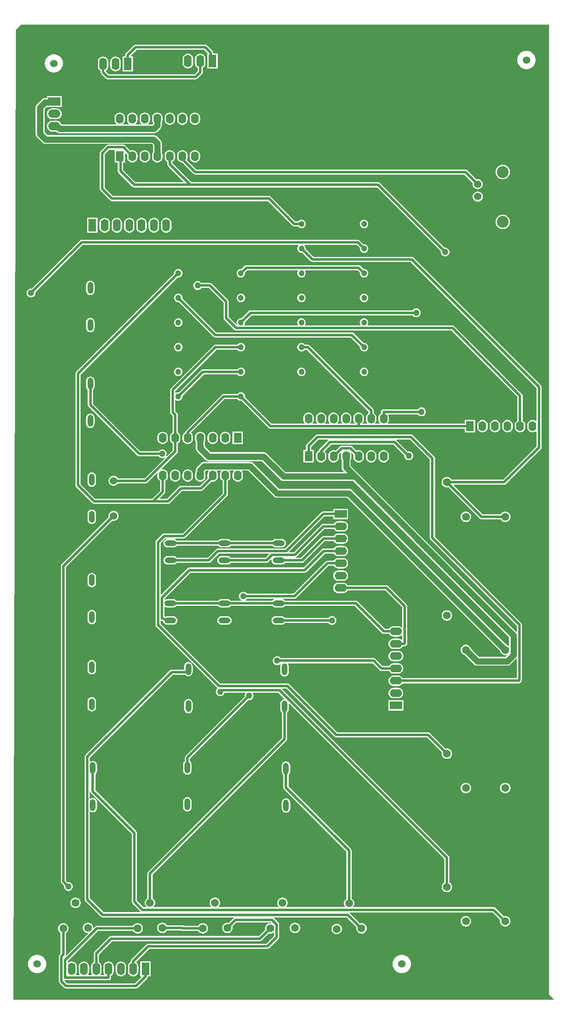
<source format=gbr>
%TF.GenerationSoftware,Altium Limited,Altium Designer,20.2.6 (244)*%
G04 Layer_Physical_Order=2*
G04 Layer_Color=16711680*
%FSLAX25Y25*%
%MOIN*%
%TF.SameCoordinates,4E670328-AEE6-478B-A443-65E8FA6A96A8*%
%TF.FilePolarity,Positive*%
%TF.FileFunction,Copper,L2,Bot,Signal*%
%TF.Part,Single*%
G01*
G75*
%TA.AperFunction,Conductor*%
%ADD10C,0.02000*%
%ADD11C,0.05000*%
%TA.AperFunction,ViaPad*%
%ADD12C,0.06000*%
%TA.AperFunction,ComponentPad*%
%ADD13O,0.04724X0.09400*%
%ADD14C,0.06299*%
%ADD15R,0.06299X0.07874*%
%ADD16O,0.06299X0.07874*%
%ADD17R,0.09843X0.06693*%
%ADD18O,0.09843X0.06693*%
%ADD19C,0.09449*%
%ADD20C,0.06000*%
%ADD21O,0.06299X0.09843*%
%ADD22R,0.06299X0.09843*%
%ADD23R,0.09843X0.06299*%
%ADD24O,0.09843X0.06299*%
%ADD25O,0.09400X0.04724*%
%ADD26C,0.04724*%
%TA.AperFunction,ViaPad*%
%ADD27C,0.05000*%
G36*
X980000Y74000D02*
X983538Y70462D01*
X983347Y70000D01*
X552354D01*
X552001Y70354D01*
X554000Y844000D01*
X558000Y848000D01*
X980000D01*
Y74000D01*
D02*
G37*
%LPC*%
G36*
X649606Y831960D02*
X648826Y831805D01*
X648164Y831363D01*
X648164Y831363D01*
X641865Y825064D01*
X641423Y824402D01*
X641268Y823622D01*
Y822457D01*
X639157D01*
Y810614D01*
X647457D01*
Y822457D01*
X645733D01*
X645526Y822957D01*
X650451Y827882D01*
X704273D01*
X707010Y825146D01*
X706874Y824819D01*
X706874D01*
Y812976D01*
X715173D01*
Y824819D01*
X711465D01*
Y825613D01*
X711310Y826394D01*
X710868Y827055D01*
X706560Y831363D01*
X705899Y831805D01*
X705118Y831960D01*
X649606D01*
X649606Y831960D01*
D02*
G37*
G36*
X691339Y824855D02*
X690255Y824712D01*
X689246Y824294D01*
X688379Y823629D01*
X687714Y822762D01*
X687296Y821752D01*
X687153Y820669D01*
Y817126D01*
X687296Y816043D01*
X687714Y815033D01*
X688379Y814166D01*
X689246Y813501D01*
X690255Y813083D01*
X691339Y812941D01*
X692422Y813083D01*
X693431Y813501D01*
X694298Y814166D01*
X694963Y815033D01*
X695381Y816043D01*
X695524Y817126D01*
Y820669D01*
X695381Y821752D01*
X694963Y822762D01*
X694298Y823629D01*
X693431Y824294D01*
X692422Y824712D01*
X691339Y824855D01*
D02*
G37*
G36*
X961811Y827020D02*
X960380Y826879D01*
X959004Y826461D01*
X957736Y825783D01*
X956625Y824871D01*
X955713Y823760D01*
X955035Y822492D01*
X954617Y821116D01*
X954477Y819685D01*
X954617Y818254D01*
X955035Y816878D01*
X955713Y815610D01*
X956625Y814499D01*
X957736Y813587D01*
X959004Y812909D01*
X960380Y812491D01*
X961811Y812350D01*
X963242Y812491D01*
X964618Y812909D01*
X965886Y813587D01*
X966997Y814499D01*
X967909Y815610D01*
X968587Y816878D01*
X969005Y818254D01*
X969145Y819685D01*
X969005Y821116D01*
X968587Y822492D01*
X967909Y823760D01*
X966997Y824871D01*
X965886Y825783D01*
X964618Y826461D01*
X963242Y826879D01*
X961811Y827020D01*
D02*
G37*
G36*
X633465Y822493D02*
X632381Y822350D01*
X631372Y821932D01*
X630505Y821267D01*
X629840Y820400D01*
X629422Y819390D01*
X629279Y818307D01*
Y814764D01*
X629422Y813680D01*
X629840Y812671D01*
X630505Y811804D01*
X631372Y811139D01*
X632381Y810721D01*
X633465Y810578D01*
X634548Y810721D01*
X635557Y811139D01*
X636424Y811804D01*
X637089Y812671D01*
X637507Y813680D01*
X637650Y814764D01*
Y818307D01*
X637507Y819390D01*
X637089Y820400D01*
X636424Y821267D01*
X635557Y821932D01*
X634548Y822350D01*
X633465Y822493D01*
D02*
G37*
G36*
X584252Y824264D02*
X582821Y824123D01*
X581445Y823705D01*
X580177Y823028D01*
X579066Y822116D01*
X578154Y821004D01*
X577476Y819736D01*
X577058Y818360D01*
X576918Y816929D01*
X577058Y815498D01*
X577476Y814122D01*
X578154Y812854D01*
X579066Y811743D01*
X580177Y810831D01*
X581445Y810153D01*
X582821Y809736D01*
X584252Y809595D01*
X585683Y809736D01*
X587059Y810153D01*
X588327Y810831D01*
X589438Y811743D01*
X590350Y812854D01*
X591028Y814122D01*
X591446Y815498D01*
X591586Y816929D01*
X591446Y818360D01*
X591028Y819736D01*
X590350Y821004D01*
X589438Y822116D01*
X588327Y823028D01*
X587059Y823705D01*
X585683Y824123D01*
X584252Y824264D01*
D02*
G37*
G36*
X701181Y824855D02*
X700098Y824712D01*
X699088Y824294D01*
X698222Y823629D01*
X697556Y822762D01*
X697138Y821752D01*
X696996Y820669D01*
Y817126D01*
X697138Y816043D01*
X697556Y815033D01*
X698222Y814166D01*
X699088Y813501D01*
X699142Y813479D01*
Y810826D01*
X696655Y808338D01*
X628167D01*
X625851Y810655D01*
X625823Y810753D01*
X625870Y811258D01*
X626581Y811804D01*
X627247Y812671D01*
X627665Y813680D01*
X627807Y814764D01*
Y818307D01*
X627665Y819390D01*
X627247Y820400D01*
X626581Y821267D01*
X625715Y821932D01*
X624705Y822350D01*
X623622Y822493D01*
X622539Y822350D01*
X621529Y821932D01*
X620662Y821267D01*
X619997Y820400D01*
X619579Y819390D01*
X619437Y818307D01*
Y814764D01*
X619579Y813680D01*
X619997Y812671D01*
X620662Y811804D01*
X621529Y811139D01*
X621583Y811117D01*
Y810000D01*
X621738Y809220D01*
X622180Y808558D01*
X625881Y804857D01*
X626542Y804415D01*
X627323Y804260D01*
X697499D01*
X698280Y804415D01*
X698941Y804857D01*
X702623Y808539D01*
X703065Y809201D01*
X703220Y809981D01*
Y813479D01*
X703274Y813501D01*
X704141Y814166D01*
X704806Y815033D01*
X705224Y816043D01*
X705367Y817126D01*
Y820669D01*
X705224Y821752D01*
X704806Y822762D01*
X704141Y823629D01*
X703274Y824294D01*
X702264Y824712D01*
X701181Y824855D01*
D02*
G37*
G36*
X586220Y781156D02*
X583071D01*
X581936Y781006D01*
X580879Y780568D01*
X579971Y779872D01*
X579274Y778964D01*
X578836Y777906D01*
X578687Y776772D01*
X578836Y775637D01*
X579274Y774580D01*
X579971Y773672D01*
X580879Y772975D01*
X581936Y772537D01*
X583071Y772388D01*
X586220D01*
X587355Y772537D01*
X588412Y772975D01*
X589320Y773672D01*
X590017Y774580D01*
X590455Y775637D01*
X590604Y776772D01*
X590455Y777906D01*
X590017Y778964D01*
X589320Y779872D01*
X588412Y780568D01*
X587355Y781006D01*
X586220Y781156D01*
D02*
G37*
G36*
X666929Y777847D02*
X665846Y777704D01*
X664837Y777286D01*
X663970Y776621D01*
X663305Y775754D01*
X662886Y774745D01*
X662744Y773661D01*
Y772087D01*
X662886Y771003D01*
X663305Y769994D01*
X663399Y769871D01*
Y768962D01*
X662796Y768359D01*
X659710D01*
X659540Y768859D01*
X659889Y769127D01*
X660554Y769994D01*
X660972Y771003D01*
X661115Y772087D01*
Y773661D01*
X660972Y774745D01*
X660554Y775754D01*
X659889Y776621D01*
X659022Y777286D01*
X658012Y777704D01*
X656929Y777847D01*
X655846Y777704D01*
X654837Y777286D01*
X653970Y776621D01*
X653304Y775754D01*
X652886Y774745D01*
X652744Y773661D01*
Y772087D01*
X652886Y771003D01*
X653304Y769994D01*
X653970Y769127D01*
X654319Y768859D01*
X654149Y768359D01*
X649710D01*
X649540Y768859D01*
X649889Y769127D01*
X650554Y769994D01*
X650972Y771003D01*
X651115Y772087D01*
Y773661D01*
X650972Y774745D01*
X650554Y775754D01*
X649889Y776621D01*
X649022Y777286D01*
X648012Y777704D01*
X646929Y777847D01*
X645846Y777704D01*
X644837Y777286D01*
X643970Y776621D01*
X643304Y775754D01*
X642886Y774745D01*
X642744Y773661D01*
Y772087D01*
X642886Y771003D01*
X643304Y769994D01*
X643970Y769127D01*
X644318Y768859D01*
X644149Y768359D01*
X639710D01*
X639540Y768859D01*
X639889Y769127D01*
X640554Y769994D01*
X640972Y771003D01*
X641115Y772087D01*
Y773661D01*
X640972Y774745D01*
X640554Y775754D01*
X639889Y776621D01*
X639022Y777286D01*
X638013Y777704D01*
X636929Y777847D01*
X635846Y777704D01*
X634836Y777286D01*
X633970Y776621D01*
X633305Y775754D01*
X632886Y774745D01*
X632744Y773661D01*
Y772087D01*
X632886Y771003D01*
X633305Y769994D01*
X633970Y769127D01*
X634318Y768859D01*
X634149Y768359D01*
X590333D01*
X590017Y769121D01*
X589320Y770029D01*
X588412Y770726D01*
X587355Y771164D01*
X586220Y771313D01*
X583071D01*
X581936Y771164D01*
X580879Y770726D01*
X579971Y770029D01*
X579274Y769121D01*
X578836Y768064D01*
X578687Y766929D01*
X578836Y765795D01*
X579274Y764737D01*
X579971Y763829D01*
X580879Y763133D01*
X581936Y762695D01*
X583071Y762545D01*
X586070D01*
X586282Y762333D01*
X587013Y761772D01*
X587865Y761419D01*
X588778Y761299D01*
X664258D01*
X665172Y761419D01*
X666023Y761772D01*
X666755Y762333D01*
X669425Y765004D01*
X669986Y765735D01*
X670339Y766586D01*
X670459Y767500D01*
Y769871D01*
X670554Y769994D01*
X670972Y771003D01*
X671115Y772087D01*
Y773661D01*
X670972Y774745D01*
X670554Y775754D01*
X669889Y776621D01*
X669022Y777286D01*
X668013Y777704D01*
X666929Y777847D01*
D02*
G37*
G36*
X696929D02*
X695846Y777704D01*
X694837Y777286D01*
X693970Y776621D01*
X693304Y775754D01*
X692886Y774745D01*
X692744Y773661D01*
Y772087D01*
X692886Y771003D01*
X693304Y769994D01*
X693970Y769127D01*
X694837Y768462D01*
X695846Y768044D01*
X696929Y767901D01*
X698012Y768044D01*
X699022Y768462D01*
X699889Y769127D01*
X700554Y769994D01*
X700972Y771003D01*
X701115Y772087D01*
Y773661D01*
X700972Y774745D01*
X700554Y775754D01*
X699889Y776621D01*
X699022Y777286D01*
X698012Y777704D01*
X696929Y777847D01*
D02*
G37*
G36*
X686929D02*
X685846Y777704D01*
X684836Y777286D01*
X683970Y776621D01*
X683305Y775754D01*
X682886Y774745D01*
X682744Y773661D01*
Y772087D01*
X682886Y771003D01*
X683305Y769994D01*
X683970Y769127D01*
X684836Y768462D01*
X685846Y768044D01*
X686929Y767901D01*
X688013Y768044D01*
X689022Y768462D01*
X689889Y769127D01*
X690554Y769994D01*
X690972Y771003D01*
X691115Y772087D01*
Y773661D01*
X690972Y774745D01*
X690554Y775754D01*
X689889Y776621D01*
X689022Y777286D01*
X688013Y777704D01*
X686929Y777847D01*
D02*
G37*
G36*
X676929D02*
X675846Y777704D01*
X674836Y777286D01*
X673970Y776621D01*
X673305Y775754D01*
X672886Y774745D01*
X672744Y773661D01*
Y772087D01*
X672886Y771003D01*
X673305Y769994D01*
X673970Y769127D01*
X674836Y768462D01*
X675846Y768044D01*
X676929Y767901D01*
X678013Y768044D01*
X679022Y768462D01*
X679889Y769127D01*
X680554Y769994D01*
X680972Y771003D01*
X681115Y772087D01*
Y773661D01*
X680972Y774745D01*
X680554Y775754D01*
X679889Y776621D01*
X679022Y777286D01*
X678013Y777704D01*
X676929Y777847D01*
D02*
G37*
G36*
X696929Y747847D02*
X695846Y747704D01*
X694837Y747286D01*
X693970Y746621D01*
X693304Y745754D01*
X692886Y744745D01*
X692744Y743661D01*
Y742087D01*
X692886Y741003D01*
X693304Y739994D01*
X693970Y739127D01*
X694837Y738462D01*
X695846Y738044D01*
X696929Y737901D01*
X698012Y738044D01*
X699022Y738462D01*
X699889Y739127D01*
X700554Y739994D01*
X700972Y741003D01*
X701115Y742087D01*
Y743661D01*
X700972Y744745D01*
X700554Y745754D01*
X699889Y746621D01*
X699022Y747286D01*
X698012Y747704D01*
X696929Y747847D01*
D02*
G37*
G36*
X590567Y790961D02*
X578724D01*
Y789298D01*
X577106D01*
X576193Y789178D01*
X575341Y788825D01*
X574610Y788264D01*
X570732Y784386D01*
X570171Y783655D01*
X569818Y782803D01*
X569698Y781890D01*
Y760630D01*
X569818Y759716D01*
X570171Y758865D01*
X570732Y758134D01*
X575063Y753803D01*
X575794Y753242D01*
X576645Y752889D01*
X577559Y752769D01*
X662538D01*
X663399Y751908D01*
Y745877D01*
X663305Y745754D01*
X662886Y744745D01*
X662744Y743661D01*
Y742087D01*
X662886Y741003D01*
X663305Y739994D01*
X663970Y739127D01*
X664837Y738462D01*
X665846Y738044D01*
X666929Y737901D01*
X668013Y738044D01*
X669022Y738462D01*
X669889Y739127D01*
X670554Y739994D01*
X670972Y741003D01*
X671115Y742087D01*
Y743661D01*
X670972Y744745D01*
X670554Y745754D01*
X670459Y745877D01*
Y753370D01*
X670339Y754284D01*
X669986Y755135D01*
X669425Y755866D01*
X666497Y758795D01*
X665765Y759356D01*
X664914Y759709D01*
X664000Y759829D01*
X579021D01*
X576759Y762092D01*
Y780428D01*
X578569Y782237D01*
X583799D01*
X584029Y782268D01*
X590567D01*
Y790961D01*
D02*
G37*
G36*
X656929Y747847D02*
X655846Y747704D01*
X654837Y747286D01*
X653970Y746621D01*
X653304Y745754D01*
X652886Y744745D01*
X652744Y743661D01*
Y742087D01*
X652886Y741003D01*
X653304Y739994D01*
X653970Y739127D01*
X654837Y738462D01*
X655846Y738044D01*
X656929Y737901D01*
X658012Y738044D01*
X659022Y738462D01*
X659889Y739127D01*
X660554Y739994D01*
X660972Y741003D01*
X661115Y742087D01*
Y743661D01*
X660972Y744745D01*
X660554Y745754D01*
X659889Y746621D01*
X659022Y747286D01*
X658012Y747704D01*
X656929Y747847D01*
D02*
G37*
G36*
X942913Y736089D02*
X941419Y735892D01*
X940026Y735315D01*
X938830Y734398D01*
X937913Y733202D01*
X937336Y731809D01*
X937139Y730315D01*
X937336Y728821D01*
X937913Y727428D01*
X938830Y726232D01*
X940026Y725315D01*
X941419Y724738D01*
X942913Y724541D01*
X944408Y724738D01*
X945800Y725315D01*
X946996Y726232D01*
X947913Y727428D01*
X948490Y728821D01*
X948687Y730315D01*
X948490Y731809D01*
X947913Y733202D01*
X946996Y734398D01*
X945800Y735315D01*
X944408Y735892D01*
X942913Y736089D01*
D02*
G37*
G36*
X686929Y747847D02*
X685846Y747704D01*
X684836Y747286D01*
X683970Y746621D01*
X683305Y745754D01*
X682886Y744745D01*
X682744Y743661D01*
Y742087D01*
X682886Y741003D01*
X683305Y739994D01*
X683970Y739127D01*
X684836Y738462D01*
X685846Y738044D01*
X686880Y737908D01*
X687107Y737568D01*
X695802Y728873D01*
X696464Y728431D01*
X697244Y728276D01*
X912344D01*
X918934Y721686D01*
X918800Y720669D01*
X918938Y719625D01*
X919341Y718652D01*
X919982Y717817D01*
X920817Y717175D01*
X921790Y716772D01*
X922835Y716635D01*
X923879Y716772D01*
X924852Y717175D01*
X925687Y717817D01*
X926329Y718652D01*
X926732Y719625D01*
X926869Y720669D01*
X926732Y721714D01*
X926329Y722687D01*
X925687Y723522D01*
X924852Y724163D01*
X923879Y724566D01*
X922835Y724704D01*
X921818Y724570D01*
X914631Y731757D01*
X913969Y732199D01*
X913189Y732354D01*
X698089D01*
X690508Y739935D01*
X690554Y739994D01*
X690972Y741003D01*
X691115Y742087D01*
Y743661D01*
X690972Y744745D01*
X690554Y745754D01*
X689889Y746621D01*
X689022Y747286D01*
X688013Y747704D01*
X686929Y747847D01*
D02*
G37*
G36*
X922933Y714763D02*
X921889Y714626D01*
X920916Y714222D01*
X920080Y713581D01*
X919439Y712746D01*
X919036Y711773D01*
X918898Y710728D01*
X919036Y709684D01*
X919439Y708711D01*
X920080Y707876D01*
X920916Y707234D01*
X921889Y706831D01*
X922933Y706694D01*
X923977Y706831D01*
X924950Y707234D01*
X925786Y707876D01*
X926427Y708711D01*
X926830Y709684D01*
X926968Y710728D01*
X926830Y711773D01*
X926427Y712746D01*
X925786Y713581D01*
X924950Y714222D01*
X923977Y714626D01*
X922933Y714763D01*
D02*
G37*
G36*
X832087Y692368D02*
X831209Y692252D01*
X830391Y691913D01*
X829689Y691374D01*
X829150Y690672D01*
X828811Y689854D01*
X828695Y688976D01*
X828811Y688099D01*
X829150Y687281D01*
X829689Y686578D01*
X830391Y686039D01*
X831209Y685701D01*
X832087Y685585D01*
X832964Y685701D01*
X833782Y686039D01*
X834484Y686578D01*
X835023Y687281D01*
X835362Y688099D01*
X835478Y688976D01*
X835362Y689854D01*
X835023Y690672D01*
X834484Y691374D01*
X833782Y691913D01*
X832964Y692252D01*
X832087Y692368D01*
D02*
G37*
G36*
X942913Y696325D02*
X941419Y696128D01*
X940026Y695551D01*
X938830Y694634D01*
X937913Y693438D01*
X937336Y692046D01*
X937139Y690551D01*
X937336Y689057D01*
X937913Y687664D01*
X938830Y686469D01*
X940026Y685551D01*
X941419Y684974D01*
X942913Y684777D01*
X944408Y684974D01*
X945800Y685551D01*
X946996Y686469D01*
X947913Y687664D01*
X948490Y689057D01*
X948687Y690551D01*
X948490Y692046D01*
X947913Y693438D01*
X946996Y694634D01*
X945800Y695551D01*
X944408Y696128D01*
X942913Y696325D01*
D02*
G37*
G36*
X619110Y693716D02*
X610811D01*
Y681874D01*
X619110D01*
Y693716D01*
D02*
G37*
G36*
X674016Y693752D02*
X672932Y693610D01*
X671923Y693191D01*
X671056Y692526D01*
X670391Y691660D01*
X669973Y690650D01*
X669830Y689567D01*
Y686024D01*
X669973Y684940D01*
X670391Y683931D01*
X671056Y683064D01*
X671923Y682399D01*
X672932Y681981D01*
X674016Y681838D01*
X675099Y681981D01*
X676109Y682399D01*
X676975Y683064D01*
X677640Y683931D01*
X678059Y684940D01*
X678201Y686024D01*
Y689567D01*
X678059Y690650D01*
X677640Y691660D01*
X676975Y692526D01*
X676109Y693191D01*
X675099Y693610D01*
X674016Y693752D01*
D02*
G37*
G36*
X664173D02*
X663090Y693610D01*
X662080Y693191D01*
X661214Y692526D01*
X660548Y691660D01*
X660130Y690650D01*
X659988Y689567D01*
Y686024D01*
X660130Y684940D01*
X660548Y683931D01*
X661214Y683064D01*
X662080Y682399D01*
X663090Y681981D01*
X664173Y681838D01*
X665257Y681981D01*
X666266Y682399D01*
X667133Y683064D01*
X667798Y683931D01*
X668216Y684940D01*
X668359Y686024D01*
Y689567D01*
X668216Y690650D01*
X667798Y691660D01*
X667133Y692526D01*
X666266Y693191D01*
X665257Y693610D01*
X664173Y693752D01*
D02*
G37*
G36*
X654331D02*
X653247Y693610D01*
X652238Y693191D01*
X651371Y692526D01*
X650706Y691660D01*
X650288Y690650D01*
X650145Y689567D01*
Y686024D01*
X650288Y684940D01*
X650706Y683931D01*
X651371Y683064D01*
X652238Y682399D01*
X653247Y681981D01*
X654331Y681838D01*
X655414Y681981D01*
X656424Y682399D01*
X657290Y683064D01*
X657956Y683931D01*
X658374Y684940D01*
X658516Y686024D01*
Y689567D01*
X658374Y690650D01*
X657956Y691660D01*
X657290Y692526D01*
X656424Y693191D01*
X655414Y693610D01*
X654331Y693752D01*
D02*
G37*
G36*
X644488D02*
X643405Y693610D01*
X642395Y693191D01*
X641529Y692526D01*
X640864Y691660D01*
X640445Y690650D01*
X640303Y689567D01*
Y686024D01*
X640445Y684940D01*
X640864Y683931D01*
X641529Y683064D01*
X642395Y682399D01*
X643405Y681981D01*
X644488Y681838D01*
X645572Y681981D01*
X646581Y682399D01*
X647448Y683064D01*
X648113Y683931D01*
X648531Y684940D01*
X648674Y686024D01*
Y689567D01*
X648531Y690650D01*
X648113Y691660D01*
X647448Y692526D01*
X646581Y693191D01*
X645572Y693610D01*
X644488Y693752D01*
D02*
G37*
G36*
X634646D02*
X633562Y693610D01*
X632553Y693191D01*
X631686Y692526D01*
X631021Y691660D01*
X630603Y690650D01*
X630460Y689567D01*
Y686024D01*
X630603Y684940D01*
X631021Y683931D01*
X631686Y683064D01*
X632553Y682399D01*
X633562Y681981D01*
X634646Y681838D01*
X635729Y681981D01*
X636738Y682399D01*
X637605Y683064D01*
X638270Y683931D01*
X638688Y684940D01*
X638831Y686024D01*
Y689567D01*
X638688Y690650D01*
X638270Y691660D01*
X637605Y692526D01*
X636738Y693191D01*
X635729Y693610D01*
X634646Y693752D01*
D02*
G37*
G36*
X624803D02*
X623720Y693610D01*
X622711Y693191D01*
X621844Y692526D01*
X621178Y691660D01*
X620760Y690650D01*
X620618Y689567D01*
Y686024D01*
X620760Y684940D01*
X621178Y683931D01*
X621844Y683064D01*
X622711Y682399D01*
X623720Y681981D01*
X624803Y681838D01*
X625886Y681981D01*
X626896Y682399D01*
X627763Y683064D01*
X628428Y683931D01*
X628846Y684940D01*
X628989Y686024D01*
Y689567D01*
X628846Y690650D01*
X628428Y691660D01*
X627763Y692526D01*
X626896Y693191D01*
X625886Y693610D01*
X624803Y693752D01*
D02*
G37*
G36*
X827178Y676239D02*
X606400D01*
X605620Y676084D01*
X604958Y675642D01*
X566571Y637255D01*
X566000Y637330D01*
X565086Y637210D01*
X564235Y636857D01*
X563504Y636296D01*
X562943Y635565D01*
X562590Y634714D01*
X562470Y633800D01*
X562590Y632886D01*
X562943Y632035D01*
X563504Y631304D01*
X564235Y630743D01*
X565086Y630390D01*
X566000Y630270D01*
X566914Y630390D01*
X567765Y630743D01*
X568496Y631304D01*
X569057Y632035D01*
X569410Y632886D01*
X569530Y633800D01*
X569455Y634371D01*
X607245Y672161D01*
X779529D01*
X779635Y671848D01*
X779667Y671661D01*
X779150Y670987D01*
X778811Y670169D01*
X778696Y669291D01*
X778811Y668414D01*
X779150Y667596D01*
X779689Y666893D01*
X780391Y666355D01*
X781209Y666016D01*
X782087Y665900D01*
X782535Y665959D01*
X789306Y659188D01*
X789968Y658746D01*
X790748Y658591D01*
X869225D01*
X969861Y557955D01*
Y531776D01*
X969361Y531530D01*
X968786Y531971D01*
X967776Y532389D01*
X966693Y532532D01*
X965610Y532389D01*
X964600Y531971D01*
X963733Y531306D01*
X963068Y530439D01*
X962650Y529430D01*
X962508Y528346D01*
Y526772D01*
X962650Y525688D01*
X963068Y524679D01*
X963733Y523812D01*
X964600Y523147D01*
X965610Y522729D01*
X966693Y522586D01*
X967776Y522729D01*
X968786Y523147D01*
X969361Y523588D01*
X969861Y523342D01*
Y511545D01*
X943131Y484815D01*
X901972D01*
X901950Y484868D01*
X901285Y485735D01*
X900418Y486400D01*
X899409Y486818D01*
X898326Y486961D01*
X897242Y486818D01*
X896233Y486400D01*
X895366Y485735D01*
X894701Y484868D01*
X894283Y483859D01*
X894140Y482775D01*
X894283Y481692D01*
X894701Y480683D01*
X895366Y479816D01*
X896233Y479151D01*
X897242Y478733D01*
X898326Y478590D01*
X899409Y478733D01*
X899462Y478755D01*
X924344Y453873D01*
X925006Y453431D01*
X925786Y453276D01*
X941234D01*
X941256Y453222D01*
X941921Y452355D01*
X942788Y451690D01*
X943797Y451272D01*
X944881Y451129D01*
X945964Y451272D01*
X946974Y451690D01*
X947840Y452355D01*
X948505Y453222D01*
X948924Y454232D01*
X949066Y455315D01*
X948924Y456398D01*
X948505Y457408D01*
X947840Y458274D01*
X946974Y458940D01*
X945964Y459358D01*
X944881Y459500D01*
X943797Y459358D01*
X942788Y458940D01*
X941921Y458274D01*
X941256Y457408D01*
X941234Y457354D01*
X926631D01*
X903711Y480274D01*
X903902Y480736D01*
X943975D01*
X944756Y480891D01*
X945417Y481333D01*
X973342Y509258D01*
X973784Y509920D01*
X973939Y510700D01*
Y558800D01*
X973784Y559580D01*
X973342Y560242D01*
X871512Y662072D01*
X870850Y662514D01*
X870070Y662669D01*
X791593D01*
X785419Y668843D01*
X785478Y669291D01*
X785362Y670169D01*
X785024Y670987D01*
X784507Y671661D01*
X784539Y671848D01*
X784645Y672161D01*
X826334D01*
X828755Y669740D01*
X828696Y669291D01*
X828811Y668414D01*
X829150Y667596D01*
X829689Y666893D01*
X830391Y666355D01*
X831209Y666016D01*
X832087Y665900D01*
X832965Y666016D01*
X833782Y666355D01*
X834485Y666893D01*
X835024Y667596D01*
X835363Y668414D01*
X835478Y669291D01*
X835363Y670169D01*
X835024Y670987D01*
X834485Y671689D01*
X833782Y672228D01*
X832965Y672567D01*
X832087Y672683D01*
X831639Y672624D01*
X828620Y675642D01*
X827959Y676084D01*
X827178Y676239D01*
D02*
G37*
G36*
X639741Y752102D02*
X627621D01*
X626841Y751946D01*
X626180Y751504D01*
X621393Y746718D01*
X620951Y746056D01*
X620795Y745276D01*
Y716929D01*
X620951Y716149D01*
X621393Y715487D01*
X629267Y707613D01*
X629928Y707171D01*
X630709Y707016D01*
X755400D01*
X774882Y687535D01*
X775543Y687092D01*
X776324Y686937D01*
X779413D01*
X779689Y686578D01*
X780391Y686039D01*
X781209Y685701D01*
X782087Y685585D01*
X782964Y685701D01*
X783782Y686039D01*
X784485Y686578D01*
X785023Y687281D01*
X785362Y688099D01*
X785478Y688976D01*
X785362Y689854D01*
X785023Y690672D01*
X784485Y691374D01*
X783782Y691913D01*
X782964Y692252D01*
X782087Y692368D01*
X781209Y692252D01*
X780391Y691913D01*
X779689Y691374D01*
X779413Y691016D01*
X777168D01*
X757687Y710497D01*
X757025Y710939D01*
X756245Y711094D01*
X631553D01*
X624874Y717774D01*
Y744431D01*
X628466Y748023D01*
X632368D01*
X632780Y747811D01*
Y743146D01*
X632744Y742874D01*
X632780Y742602D01*
Y737937D01*
X635362D01*
Y731103D01*
X635518Y730322D01*
X635960Y729661D01*
X646983Y718637D01*
X646983Y718637D01*
X647645Y718195D01*
X648425Y718040D01*
X648425Y718040D01*
X842462D01*
X893395Y667107D01*
X893320Y666535D01*
X893441Y665622D01*
X893793Y664770D01*
X894354Y664039D01*
X895085Y663478D01*
X895937Y663126D01*
X896850Y663005D01*
X897764Y663126D01*
X898615Y663478D01*
X899347Y664039D01*
X899908Y664770D01*
X900260Y665622D01*
X900381Y666535D01*
X900260Y667449D01*
X899908Y668300D01*
X899347Y669032D01*
X898615Y669593D01*
X897764Y669945D01*
X896850Y670066D01*
X896279Y669990D01*
X844749Y721521D01*
X844087Y721963D01*
X843307Y722118D01*
X694152D01*
X678968Y737301D01*
Y738440D01*
X679022Y738462D01*
X679889Y739127D01*
X680554Y739994D01*
X680972Y741003D01*
X681115Y742087D01*
Y743661D01*
X680972Y744745D01*
X680554Y745754D01*
X679889Y746621D01*
X679022Y747286D01*
X678013Y747704D01*
X676929Y747847D01*
X675846Y747704D01*
X674836Y747286D01*
X673970Y746621D01*
X673305Y745754D01*
X672886Y744745D01*
X672744Y743661D01*
Y742087D01*
X672886Y741003D01*
X673305Y739994D01*
X673970Y739127D01*
X674836Y738462D01*
X674890Y738440D01*
Y736457D01*
X675045Y735676D01*
X675487Y735015D01*
X687922Y722580D01*
X687731Y722118D01*
X649270D01*
X639441Y731947D01*
Y737937D01*
X641079D01*
Y742602D01*
X641115Y742874D01*
X641079Y743146D01*
Y745187D01*
X641541Y745379D01*
X642804Y744116D01*
X642744Y743661D01*
Y742087D01*
X642886Y741003D01*
X643304Y739994D01*
X643970Y739127D01*
X644837Y738462D01*
X645846Y738044D01*
X646929Y737901D01*
X648012Y738044D01*
X649022Y738462D01*
X649889Y739127D01*
X650554Y739994D01*
X650972Y741003D01*
X651115Y742087D01*
Y743661D01*
X650972Y744745D01*
X650554Y745754D01*
X649889Y746621D01*
X649022Y747286D01*
X648012Y747704D01*
X646929Y747847D01*
X645846Y747704D01*
X645236Y747451D01*
X641183Y751504D01*
X640521Y751946D01*
X639741Y752102D01*
D02*
G37*
G36*
X827693Y656039D02*
X738055D01*
X737275Y655884D01*
X736613Y655442D01*
X734110Y652939D01*
X733661Y652998D01*
X732784Y652882D01*
X731966Y652543D01*
X731263Y652004D01*
X730724Y651302D01*
X730386Y650484D01*
X730270Y649606D01*
X730386Y648729D01*
X730724Y647911D01*
X731263Y647208D01*
X731966Y646669D01*
X732784Y646331D01*
X733661Y646215D01*
X734539Y646331D01*
X735357Y646669D01*
X736059Y647208D01*
X736598Y647911D01*
X736937Y648729D01*
X737053Y649606D01*
X736994Y650055D01*
X738900Y651961D01*
X779090D01*
X779311Y651512D01*
X779150Y651302D01*
X778811Y650484D01*
X778695Y649606D01*
X778811Y648729D01*
X779150Y647911D01*
X779689Y647208D01*
X780391Y646669D01*
X781209Y646331D01*
X782087Y646215D01*
X782964Y646331D01*
X783782Y646669D01*
X784485Y647208D01*
X785023Y647911D01*
X785362Y648729D01*
X785478Y649606D01*
X785362Y650484D01*
X785023Y651302D01*
X784862Y651512D01*
X785083Y651961D01*
X826848D01*
X828754Y650055D01*
X828695Y649606D01*
X828811Y648729D01*
X829150Y647911D01*
X829689Y647208D01*
X830391Y646669D01*
X831209Y646331D01*
X832087Y646215D01*
X832964Y646331D01*
X833782Y646669D01*
X834484Y647208D01*
X835023Y647911D01*
X835362Y648729D01*
X835478Y649606D01*
X835362Y650484D01*
X835023Y651302D01*
X834484Y652004D01*
X833782Y652543D01*
X832964Y652882D01*
X832087Y652998D01*
X831638Y652939D01*
X829135Y655442D01*
X828473Y655884D01*
X827693Y656039D01*
D02*
G37*
G36*
X683661Y652998D02*
X682784Y652882D01*
X681966Y652543D01*
X681263Y652004D01*
X680724Y651302D01*
X680386Y650484D01*
X680270Y649606D01*
X680329Y649158D01*
X602101Y570930D01*
X601659Y570269D01*
X601504Y569488D01*
Y480457D01*
X601659Y479676D01*
X602101Y479015D01*
X614958Y466158D01*
X615620Y465716D01*
X616400Y465561D01*
X675600D01*
X676380Y465716D01*
X677042Y466158D01*
X686845Y475961D01*
X701860D01*
X702640Y476116D01*
X703302Y476558D01*
X709302Y482558D01*
X709302Y482558D01*
X710073Y483330D01*
X710098Y483319D01*
X711181Y483177D01*
X712264Y483319D01*
X713274Y483738D01*
X714141Y484403D01*
X714806Y485269D01*
X715224Y486279D01*
X715367Y487362D01*
Y488937D01*
X715224Y490020D01*
X714806Y491030D01*
X714391Y491570D01*
X714638Y492070D01*
X717724D01*
X717971Y491570D01*
X717556Y491030D01*
X717138Y490020D01*
X716996Y488937D01*
Y487362D01*
X717138Y486279D01*
X717556Y485269D01*
X718222Y484403D01*
X719089Y483738D01*
X719142Y483715D01*
Y474026D01*
X687155Y442039D01*
X672500D01*
X672500Y442039D01*
X671720Y441884D01*
X671058Y441442D01*
X666022Y436406D01*
X665580Y435745D01*
X665425Y434964D01*
Y369036D01*
X665580Y368255D01*
X666022Y367594D01*
X714809Y318807D01*
X714880Y318231D01*
X714704Y318096D01*
X714143Y317365D01*
X713790Y316514D01*
X713670Y315600D01*
X713790Y314686D01*
X714143Y313835D01*
X714704Y313104D01*
X715435Y312543D01*
X716286Y312190D01*
X717200Y312070D01*
X718114Y312190D01*
X718965Y312543D01*
X719696Y313104D01*
X720257Y313835D01*
X720610Y314686D01*
X720633Y314861D01*
X737111D01*
X737332Y314412D01*
X737143Y314165D01*
X736790Y313314D01*
X736670Y312400D01*
X736745Y311829D01*
X689502Y264585D01*
X689060Y263924D01*
X688904Y263144D01*
Y260326D01*
X688546Y260051D01*
X688007Y259348D01*
X687668Y258530D01*
X687552Y257653D01*
Y252977D01*
X687668Y252099D01*
X688007Y251282D01*
X688546Y250579D01*
X689248Y250040D01*
X690066Y249701D01*
X690944Y249586D01*
X691821Y249701D01*
X692639Y250040D01*
X693342Y250579D01*
X693881Y251282D01*
X694219Y252099D01*
X694335Y252977D01*
Y257653D01*
X694219Y258530D01*
X693881Y259348D01*
X693342Y260051D01*
X692983Y260326D01*
Y262299D01*
X739629Y308945D01*
X740200Y308870D01*
X741114Y308990D01*
X741965Y309343D01*
X742696Y309904D01*
X743257Y310635D01*
X743610Y311486D01*
X743730Y312400D01*
X743610Y313314D01*
X743257Y314165D01*
X743068Y314412D01*
X743289Y314861D01*
X763655D01*
X768364Y310152D01*
X768185Y309624D01*
X767626Y309550D01*
X766808Y309212D01*
X766106Y308673D01*
X765567Y307970D01*
X765228Y307153D01*
X765113Y306275D01*
Y301599D01*
X765228Y300722D01*
X765567Y299904D01*
X766106Y299201D01*
X766465Y298926D01*
Y278849D01*
X659582Y171966D01*
X659140Y171304D01*
X658984Y170524D01*
Y150891D01*
X658931Y150869D01*
X658064Y150204D01*
X657399Y149337D01*
X656981Y148327D01*
X656838Y147244D01*
X656981Y146161D01*
X657399Y145151D01*
X658064Y144284D01*
X658158Y144213D01*
X657997Y143739D01*
X655845D01*
X650639Y148945D01*
Y203000D01*
X650484Y203780D01*
X650042Y204442D01*
X617394Y237090D01*
Y249713D01*
X617752Y249989D01*
X618291Y250691D01*
X618630Y251509D01*
X618746Y252387D01*
Y257062D01*
X618630Y257940D01*
X618291Y258758D01*
X617752Y259460D01*
X617050Y259999D01*
X616232Y260338D01*
X615354Y260453D01*
X614477Y260338D01*
X613659Y259999D01*
X613439Y259831D01*
X612939Y260077D01*
Y262955D01*
X679245Y329261D01*
X689076D01*
X689333Y328925D01*
X690035Y328386D01*
X690853Y328048D01*
X691731Y327932D01*
X692609Y328048D01*
X693427Y328386D01*
X694129Y328925D01*
X694668Y329628D01*
X695007Y330446D01*
X695122Y331323D01*
Y335999D01*
X695007Y336877D01*
X694668Y337695D01*
X694129Y338397D01*
X693427Y338936D01*
X692609Y339275D01*
X691731Y339390D01*
X690853Y339275D01*
X690035Y338936D01*
X689333Y338397D01*
X688794Y337695D01*
X688455Y336877D01*
X688340Y335999D01*
Y333339D01*
X678400D01*
X678400Y333339D01*
X677620Y333184D01*
X676958Y332742D01*
X676958Y332742D01*
X609458Y265242D01*
X609016Y264580D01*
X608861Y263800D01*
Y150000D01*
X609016Y149220D01*
X609458Y148558D01*
X621758Y136258D01*
X622420Y135816D01*
X623200Y135661D01*
X623200Y135661D01*
X727804D01*
X727956Y135161D01*
X727927Y135142D01*
X724070Y131284D01*
X724016Y131307D01*
X722933Y131449D01*
X721850Y131307D01*
X720840Y130888D01*
X719974Y130223D01*
X719308Y129357D01*
X718890Y128347D01*
X718748Y127264D01*
X718890Y126181D01*
X719308Y125171D01*
X719974Y124304D01*
X720840Y123639D01*
X721850Y123221D01*
X722933Y123078D01*
X724016Y123221D01*
X725026Y123639D01*
X725892Y124304D01*
X726558Y125171D01*
X726976Y126181D01*
X727118Y127264D01*
X726976Y128347D01*
X726954Y128401D01*
X730214Y131661D01*
X757755D01*
X758086Y131330D01*
X757853Y130856D01*
X757087Y130957D01*
X756003Y130814D01*
X754994Y130396D01*
X754127Y129731D01*
X753462Y128864D01*
X753044Y127855D01*
X752901Y126772D01*
X753044Y125688D01*
X753066Y125635D01*
X748170Y120739D01*
X630000D01*
X630000Y120739D01*
X629220Y120584D01*
X628558Y120142D01*
X616668Y108252D01*
X616226Y107591D01*
X616071Y106810D01*
Y99907D01*
X616017Y99884D01*
X615151Y99219D01*
X614486Y98353D01*
X614067Y97343D01*
X613925Y96260D01*
Y92716D01*
X614067Y91633D01*
X614486Y90624D01*
X614883Y90106D01*
X614636Y89606D01*
X611742D01*
X611495Y90106D01*
X611893Y90624D01*
X612311Y91633D01*
X612453Y92716D01*
Y96260D01*
X612311Y97343D01*
X611893Y98353D01*
X611227Y99219D01*
X610360Y99884D01*
X609351Y100303D01*
X608268Y100445D01*
X607185Y100303D01*
X606175Y99884D01*
X605308Y99219D01*
X604643Y98353D01*
X604225Y97343D01*
X604082Y96260D01*
Y92716D01*
X604225Y91633D01*
X604643Y90624D01*
X605041Y90106D01*
X604794Y89606D01*
X601899D01*
X601652Y90106D01*
X602050Y90624D01*
X602468Y91633D01*
X602611Y92716D01*
Y96260D01*
X602468Y97343D01*
X602050Y98353D01*
X601385Y99219D01*
X600518Y99884D01*
X599508Y100303D01*
X598425Y100445D01*
X597342Y100303D01*
X596333Y99884D01*
X595815Y99487D01*
X595315Y99734D01*
Y100555D01*
X619492Y124732D01*
X647534D01*
X647556Y124679D01*
X648222Y123812D01*
X649088Y123147D01*
X650098Y122729D01*
X651181Y122586D01*
X652264Y122729D01*
X653274Y123147D01*
X654141Y123812D01*
X654806Y124679D01*
X655224Y125688D01*
X655367Y126772D01*
X655224Y127855D01*
X654806Y128864D01*
X654141Y129731D01*
X653274Y130396D01*
X652264Y130814D01*
X651181Y130957D01*
X650098Y130814D01*
X649088Y130396D01*
X648222Y129731D01*
X647556Y128864D01*
X647534Y128811D01*
X618647D01*
X617867Y128656D01*
X617205Y128214D01*
X616152Y127160D01*
X615683Y127399D01*
X615559Y128347D01*
X615140Y129357D01*
X614475Y130223D01*
X613609Y130888D01*
X612599Y131307D01*
X611516Y131449D01*
X610432Y131307D01*
X609423Y130888D01*
X608556Y130223D01*
X607891Y129357D01*
X607473Y128347D01*
X607330Y127264D01*
X607473Y126181D01*
X607891Y125171D01*
X608556Y124304D01*
X609423Y123639D01*
X610432Y123221D01*
X611381Y123096D01*
X611620Y122628D01*
X594138Y105146D01*
X593677Y105393D01*
X593771Y105866D01*
X593771Y105867D01*
Y123125D01*
X593825Y123147D01*
X594692Y123812D01*
X595357Y124679D01*
X595775Y125688D01*
X595918Y126772D01*
X595775Y127855D01*
X595357Y128864D01*
X594692Y129731D01*
X593825Y130396D01*
X592815Y130814D01*
X591732Y130957D01*
X590649Y130814D01*
X589640Y130396D01*
X588773Y129731D01*
X588107Y128864D01*
X587689Y127855D01*
X587547Y126772D01*
X587689Y125688D01*
X588107Y124679D01*
X588773Y123812D01*
X589640Y123147D01*
X589693Y123125D01*
Y106711D01*
X588834Y105851D01*
X588391Y105190D01*
X588236Y104410D01*
Y84567D01*
X588391Y83786D01*
X588834Y83125D01*
X592400Y79558D01*
X593062Y79116D01*
X593842Y78961D01*
X650000D01*
X650780Y79116D01*
X651442Y79558D01*
X658922Y87038D01*
X659364Y87700D01*
X659520Y88480D01*
Y88567D01*
X661630D01*
Y100409D01*
X653331D01*
Y88567D01*
X654030D01*
X654221Y88105D01*
X649155Y83039D01*
X594687D01*
X592567Y85159D01*
X592813Y85619D01*
X592815Y85619D01*
X593275Y85528D01*
X627953D01*
X628733Y85683D01*
X629395Y86125D01*
X629837Y86786D01*
X629992Y87567D01*
Y89070D01*
X630046Y89092D01*
X630912Y89757D01*
X631577Y90624D01*
X631996Y91633D01*
X632138Y92716D01*
Y96260D01*
X631996Y97343D01*
X631577Y98353D01*
X630912Y99219D01*
X630046Y99884D01*
X629036Y100303D01*
X627953Y100445D01*
X626869Y100303D01*
X625860Y99884D01*
X624993Y99219D01*
X624328Y98353D01*
X623910Y97343D01*
X623767Y96260D01*
Y92716D01*
X623910Y91633D01*
X624328Y90624D01*
X624725Y90106D01*
X624479Y89606D01*
X621584D01*
X621338Y90106D01*
X621735Y90624D01*
X622153Y91633D01*
X622296Y92716D01*
Y96260D01*
X622153Y97343D01*
X621735Y98353D01*
X621070Y99219D01*
X620203Y99884D01*
X620149Y99907D01*
Y105965D01*
X630845Y116661D01*
X749015D01*
X749795Y116816D01*
X750457Y117258D01*
X755950Y122751D01*
X756003Y122729D01*
X757087Y122586D01*
X758170Y122729D01*
X759179Y123147D01*
X759761Y123593D01*
X760261Y123347D01*
Y120745D01*
X754155Y114639D01*
X659538D01*
X658757Y114484D01*
X658096Y114042D01*
X646196Y102142D01*
X645754Y101480D01*
X645599Y100700D01*
Y99907D01*
X645545Y99884D01*
X644678Y99219D01*
X644013Y98353D01*
X643595Y97343D01*
X643452Y96260D01*
Y92716D01*
X643595Y91633D01*
X644013Y90624D01*
X644678Y89757D01*
X645545Y89092D01*
X646555Y88674D01*
X647638Y88531D01*
X648721Y88674D01*
X649730Y89092D01*
X650597Y89757D01*
X651263Y90624D01*
X651681Y91633D01*
X651823Y92716D01*
Y96260D01*
X651681Y97343D01*
X651263Y98353D01*
X650597Y99219D01*
X650117Y99588D01*
X650073Y100252D01*
X660383Y110561D01*
X755000D01*
X755780Y110716D01*
X756442Y111158D01*
X763742Y118458D01*
X764184Y119120D01*
X764339Y119900D01*
Y130000D01*
X764184Y130780D01*
X763742Y131442D01*
X760042Y135142D01*
X760014Y135161D01*
X760165Y135661D01*
X818345D01*
X825999Y128007D01*
X825977Y127953D01*
X825834Y126870D01*
X825977Y125787D01*
X826395Y124777D01*
X827060Y123910D01*
X827927Y123245D01*
X828936Y122827D01*
X830020Y122685D01*
X831103Y122827D01*
X832112Y123245D01*
X832979Y123910D01*
X833644Y124777D01*
X834062Y125787D01*
X834205Y126870D01*
X834062Y127953D01*
X833644Y128963D01*
X832979Y129830D01*
X832112Y130495D01*
X831103Y130913D01*
X830020Y131055D01*
X828936Y130913D01*
X828883Y130891D01*
X820632Y139142D01*
X820603Y139161D01*
X820755Y139661D01*
X934816D01*
X940860Y133617D01*
X940838Y133563D01*
X940695Y132480D01*
X940838Y131397D01*
X941256Y130387D01*
X941921Y129520D01*
X942788Y128855D01*
X943797Y128437D01*
X944881Y128295D01*
X945964Y128437D01*
X946973Y128855D01*
X947840Y129520D01*
X948505Y130387D01*
X948923Y131397D01*
X949066Y132480D01*
X948923Y133563D01*
X948505Y134573D01*
X947840Y135440D01*
X946973Y136105D01*
X945964Y136523D01*
X944881Y136665D01*
X943797Y136523D01*
X943744Y136501D01*
X937103Y143142D01*
X936441Y143584D01*
X935661Y143739D01*
X823552D01*
X823306Y144239D01*
X823703Y144758D01*
X824122Y145767D01*
X824264Y146850D01*
X824122Y147934D01*
X823703Y148943D01*
X823038Y149810D01*
X822171Y150475D01*
X822118Y150497D01*
Y188905D01*
X821963Y189685D01*
X821521Y190347D01*
X771723Y240145D01*
Y249320D01*
X772082Y249595D01*
X772621Y250297D01*
X772960Y251115D01*
X773075Y251993D01*
Y256668D01*
X772960Y257546D01*
X772621Y258364D01*
X772082Y259066D01*
X771379Y259605D01*
X770562Y259944D01*
X769684Y260060D01*
X768806Y259944D01*
X767988Y259605D01*
X767286Y259066D01*
X766747Y258364D01*
X766408Y257546D01*
X766293Y256668D01*
Y251993D01*
X766408Y251115D01*
X766747Y250297D01*
X767286Y249595D01*
X767645Y249320D01*
Y239300D01*
X767800Y238520D01*
X768242Y237858D01*
X818040Y188060D01*
Y150497D01*
X817986Y150475D01*
X817119Y149810D01*
X816454Y148943D01*
X816036Y147934D01*
X815893Y146850D01*
X816036Y145767D01*
X816454Y144758D01*
X816852Y144239D01*
X816605Y143739D01*
X769956D01*
X769795Y144213D01*
X769889Y144284D01*
X770554Y145151D01*
X770972Y146161D01*
X771115Y147244D01*
X770972Y148327D01*
X770554Y149337D01*
X769889Y150204D01*
X769022Y150869D01*
X768013Y151287D01*
X766929Y151429D01*
X765846Y151287D01*
X764837Y150869D01*
X763970Y150204D01*
X763305Y149337D01*
X762886Y148327D01*
X762744Y147244D01*
X762886Y146161D01*
X763305Y145151D01*
X763970Y144284D01*
X764063Y144213D01*
X763903Y143739D01*
X716019D01*
X715858Y144213D01*
X715952Y144284D01*
X716617Y145151D01*
X717035Y146161D01*
X717178Y147244D01*
X717035Y148327D01*
X716617Y149337D01*
X715952Y150204D01*
X715085Y150869D01*
X714076Y151287D01*
X712992Y151429D01*
X711909Y151287D01*
X710899Y150869D01*
X710033Y150204D01*
X709368Y149337D01*
X708949Y148327D01*
X708807Y147244D01*
X708949Y146161D01*
X709368Y145151D01*
X710033Y144284D01*
X710126Y144213D01*
X709966Y143739D01*
X664050D01*
X663890Y144213D01*
X663983Y144284D01*
X664648Y145151D01*
X665066Y146161D01*
X665209Y147244D01*
X665066Y148327D01*
X664648Y149337D01*
X663983Y150204D01*
X663116Y150869D01*
X663063Y150891D01*
Y169679D01*
X769946Y276562D01*
X770388Y277224D01*
X770543Y278004D01*
Y298926D01*
X770902Y299201D01*
X771441Y299904D01*
X771780Y300722D01*
X771895Y301599D01*
Y305914D01*
X772395Y306121D01*
X896286Y182230D01*
Y163587D01*
X896233Y163565D01*
X895366Y162900D01*
X894701Y162033D01*
X894283Y161024D01*
X894140Y159941D01*
X894283Y158857D01*
X894701Y157848D01*
X895366Y156981D01*
X896233Y156316D01*
X897242Y155898D01*
X898326Y155755D01*
X899409Y155898D01*
X900418Y156316D01*
X901285Y156981D01*
X901950Y157848D01*
X902368Y158857D01*
X902511Y159941D01*
X902368Y161024D01*
X901950Y162033D01*
X901285Y162900D01*
X900418Y163565D01*
X900365Y163587D01*
Y183074D01*
X900210Y183855D01*
X899767Y184516D01*
X766616Y317668D01*
X766807Y318130D01*
X770186D01*
X808558Y279758D01*
X809220Y279316D01*
X810000Y279161D01*
X882521D01*
X894305Y267377D01*
X894283Y267323D01*
X894140Y266240D01*
X894283Y265157D01*
X894701Y264147D01*
X895366Y263281D01*
X896233Y262615D01*
X897242Y262197D01*
X898326Y262055D01*
X899409Y262197D01*
X900418Y262615D01*
X901285Y263281D01*
X901950Y264147D01*
X902368Y265157D01*
X902511Y266240D01*
X902368Y267323D01*
X901950Y268333D01*
X901285Y269199D01*
X900418Y269865D01*
X899409Y270283D01*
X898326Y270425D01*
X897242Y270283D01*
X897189Y270261D01*
X884807Y282642D01*
X884146Y283084D01*
X883366Y283239D01*
X810845D01*
X772473Y321611D01*
X771811Y322053D01*
X771031Y322208D01*
X717175D01*
X669503Y369881D01*
Y371939D01*
X669613Y372078D01*
X669891Y372246D01*
X670003Y372270D01*
X671520Y371878D01*
X671551Y371644D01*
X671889Y370826D01*
X672428Y370124D01*
X673131Y369585D01*
X673949Y369246D01*
X674826Y369131D01*
X679502D01*
X680380Y369246D01*
X681198Y369585D01*
X681900Y370124D01*
X682439Y370826D01*
X682778Y371644D01*
X682893Y372522D01*
X682778Y373399D01*
X682439Y374217D01*
X681900Y374920D01*
X681198Y375459D01*
X680380Y375798D01*
X679502Y375913D01*
X674826D01*
X673949Y375798D01*
X673450Y375591D01*
X672503Y375836D01*
Y383280D01*
X672952Y383502D01*
X673131Y383364D01*
X673949Y383026D01*
X674826Y382910D01*
X679502D01*
X680380Y383026D01*
X681198Y383364D01*
X681900Y383903D01*
X682175Y384262D01*
X715460D01*
X715735Y383903D01*
X716438Y383364D01*
X717256Y383026D01*
X718133Y382910D01*
X722809D01*
X723687Y383026D01*
X724505Y383364D01*
X725207Y383903D01*
X725482Y384262D01*
X758767D01*
X759043Y383903D01*
X759745Y383364D01*
X760563Y383026D01*
X761441Y382910D01*
X766116D01*
X766994Y383026D01*
X767812Y383364D01*
X768514Y383903D01*
X768789Y384262D01*
X824534D01*
X846458Y362338D01*
X847120Y361896D01*
X847900Y361740D01*
X852062D01*
X852084Y361687D01*
X852749Y360820D01*
X853616Y360155D01*
X854626Y359737D01*
X855709Y359594D01*
X859252D01*
X860335Y359737D01*
X861345Y360155D01*
X861961Y360628D01*
X862461Y360381D01*
Y357335D01*
X861961Y357089D01*
X861345Y357562D01*
X860335Y357980D01*
X859252Y358122D01*
X855709D01*
X854626Y357980D01*
X853616Y357562D01*
X852749Y356896D01*
X852084Y356030D01*
X851666Y355020D01*
X851523Y353937D01*
X851666Y352854D01*
X852084Y351844D01*
X852749Y350977D01*
X853616Y350312D01*
X854626Y349894D01*
X855709Y349752D01*
X859252D01*
X860335Y349894D01*
X861345Y350312D01*
X862212Y350977D01*
X862877Y351844D01*
X862899Y351898D01*
X864500D01*
X865280Y352053D01*
X865942Y352495D01*
X866384Y353157D01*
X866539Y353937D01*
Y383925D01*
X866539Y383925D01*
X866384Y384706D01*
X865942Y385367D01*
X851442Y399867D01*
X850780Y400309D01*
X850000Y400464D01*
X818804D01*
X818782Y400518D01*
X818117Y401385D01*
X817250Y402050D01*
X816241Y402468D01*
X815158Y402611D01*
X811614D01*
X810531Y402468D01*
X809521Y402050D01*
X808655Y401385D01*
X807990Y400518D01*
X807571Y399509D01*
X807429Y398425D01*
X807571Y397342D01*
X807990Y396333D01*
X808655Y395466D01*
X809521Y394800D01*
X810531Y394382D01*
X811614Y394240D01*
X815158D01*
X816241Y394382D01*
X817250Y394800D01*
X818117Y395466D01*
X818782Y396333D01*
X818804Y396386D01*
X849155D01*
X862461Y383081D01*
Y367178D01*
X861961Y366932D01*
X861345Y367404D01*
X860335Y367822D01*
X859252Y367965D01*
X855709D01*
X854626Y367822D01*
X853616Y367404D01*
X852749Y366739D01*
X852084Y365872D01*
X852062Y365819D01*
X848745D01*
X826820Y387743D01*
X826159Y388185D01*
X825378Y388340D01*
X768789D01*
X768514Y388699D01*
X767812Y389238D01*
X767516Y389361D01*
X767615Y389861D01*
X776600D01*
X777380Y390016D01*
X778042Y390458D01*
X803655Y416071D01*
X807967D01*
X807990Y416017D01*
X808655Y415151D01*
X809521Y414486D01*
X810531Y414067D01*
X811614Y413925D01*
X815158D01*
X816241Y414067D01*
X817250Y414486D01*
X818117Y415151D01*
X818782Y416017D01*
X819200Y417027D01*
X819343Y418110D01*
X819200Y419194D01*
X818782Y420203D01*
X818117Y421070D01*
X817250Y421735D01*
X816241Y422153D01*
X815158Y422296D01*
X811614D01*
X810531Y422153D01*
X809521Y421735D01*
X808655Y421070D01*
X807990Y420203D01*
X807967Y420149D01*
X802810D01*
X802030Y419994D01*
X801368Y419552D01*
X775755Y393939D01*
X738547D01*
X738196Y394396D01*
X737465Y394957D01*
X736614Y395310D01*
X735700Y395430D01*
X734786Y395310D01*
X733935Y394957D01*
X733204Y394396D01*
X732643Y393665D01*
X732290Y392814D01*
X732170Y391900D01*
X732290Y390986D01*
X732643Y390135D01*
X733204Y389404D01*
X733935Y388843D01*
X733941Y388840D01*
X733841Y388340D01*
X725482D01*
X725207Y388699D01*
X724505Y389238D01*
X723687Y389577D01*
X722809Y389692D01*
X718133D01*
X717256Y389577D01*
X716438Y389238D01*
X715735Y388699D01*
X715460Y388340D01*
X682175D01*
X681900Y388699D01*
X681198Y389238D01*
X680380Y389577D01*
X679502Y389692D01*
X674826D01*
X673949Y389577D01*
X673131Y389238D01*
X672952Y389101D01*
X672503Y389322D01*
Y389855D01*
X693309Y410661D01*
X784700D01*
X785480Y410816D01*
X786142Y411258D01*
X800797Y425914D01*
X807967D01*
X807990Y425860D01*
X808655Y424993D01*
X809521Y424328D01*
X810531Y423910D01*
X811614Y423767D01*
X815158D01*
X816241Y423910D01*
X817250Y424328D01*
X818117Y424993D01*
X818782Y425860D01*
X819200Y426869D01*
X819343Y427953D01*
X819200Y429036D01*
X818782Y430046D01*
X818117Y430912D01*
X817250Y431577D01*
X816241Y431996D01*
X815158Y432138D01*
X811614D01*
X810531Y431996D01*
X809521Y431577D01*
X808655Y430912D01*
X807990Y430046D01*
X807967Y429992D01*
X799953D01*
X799953Y429992D01*
X799172Y429837D01*
X798511Y429395D01*
X783855Y414739D01*
X692464D01*
X691684Y414584D01*
X691022Y414142D01*
X669965Y393085D01*
X669503Y393276D01*
Y434120D01*
X673345Y437961D01*
X674083D01*
X674183Y437461D01*
X673526Y437189D01*
X672823Y436650D01*
X672284Y435947D01*
X671945Y435129D01*
X671830Y434252D01*
X671945Y433374D01*
X672284Y432556D01*
X672823Y431854D01*
X673526Y431315D01*
X674343Y430976D01*
X675221Y430861D01*
X679897D01*
X680774Y430976D01*
X681592Y431315D01*
X682295Y431854D01*
X682570Y432213D01*
X699000D01*
X699001Y432213D01*
X715461D01*
X715737Y431854D01*
X716439Y431315D01*
X717257Y430976D01*
X718135Y430861D01*
X722810D01*
X723688Y430976D01*
X724506Y431315D01*
X725208Y431854D01*
X725483Y432213D01*
X758769D01*
X759044Y431854D01*
X759746Y431315D01*
X760564Y430976D01*
X761442Y430861D01*
X766117D01*
X766995Y430976D01*
X767813Y431315D01*
X768515Y431854D01*
X769054Y432556D01*
X769393Y433374D01*
X769509Y434252D01*
X769393Y435130D01*
X769054Y435948D01*
X768515Y436650D01*
X767813Y437189D01*
X766995Y437528D01*
X766117Y437643D01*
X761442D01*
X760564Y437528D01*
X759746Y437189D01*
X759044Y436650D01*
X758769Y436291D01*
X725483D01*
X725208Y436650D01*
X724506Y437189D01*
X723688Y437528D01*
X722810Y437643D01*
X718135D01*
X717257Y437528D01*
X716439Y437189D01*
X715737Y436650D01*
X715461Y436291D01*
X699000D01*
X698999Y436291D01*
X682570D01*
X682295Y436650D01*
X681592Y437189D01*
X680935Y437461D01*
X681035Y437961D01*
X688000D01*
X688780Y438116D01*
X689442Y438558D01*
X722623Y471739D01*
X723065Y472401D01*
X723220Y473181D01*
Y483715D01*
X723274Y483738D01*
X724141Y484403D01*
X724806Y485269D01*
X725224Y486279D01*
X725367Y487362D01*
Y488937D01*
X725224Y490020D01*
X724806Y491030D01*
X724391Y491570D01*
X724638Y492070D01*
X727724D01*
X727971Y491570D01*
X727557Y491030D01*
X727138Y490020D01*
X726996Y488937D01*
Y487362D01*
X727138Y486279D01*
X727557Y485269D01*
X728222Y484403D01*
X729088Y483738D01*
X730098Y483319D01*
X731181Y483177D01*
X732265Y483319D01*
X733274Y483738D01*
X734141Y484403D01*
X734806Y485269D01*
X735224Y486279D01*
X735367Y487362D01*
Y488937D01*
X735224Y490020D01*
X734806Y491030D01*
X734391Y491570D01*
X734638Y492070D01*
X739538D01*
X760104Y471504D01*
X760835Y470943D01*
X761686Y470590D01*
X762600Y470470D01*
X818434D01*
X940818Y348086D01*
X940838Y347932D01*
X941256Y346923D01*
X941921Y346056D01*
X942788Y345391D01*
X943797Y344973D01*
X944881Y344830D01*
X945779Y344949D01*
X946013Y344475D01*
X945068Y343530D01*
X923862D01*
X917448Y349945D01*
X917427Y350099D01*
X917009Y351108D01*
X916344Y351975D01*
X915477Y352640D01*
X914468Y353058D01*
X913385Y353201D01*
X912301Y353058D01*
X911292Y352640D01*
X910425Y351975D01*
X909760Y351108D01*
X909342Y350099D01*
X909199Y349016D01*
X909342Y347932D01*
X909760Y346923D01*
X910425Y346056D01*
X911292Y345391D01*
X912301Y344973D01*
X912455Y344953D01*
X919904Y337504D01*
X920635Y336943D01*
X921486Y336590D01*
X922400Y336470D01*
X946530D01*
X947444Y336590D01*
X948295Y336943D01*
X949027Y337504D01*
X953561Y342038D01*
X954061Y341831D01*
Y326449D01*
X862899D01*
X862877Y326502D01*
X862212Y327369D01*
X861345Y328034D01*
X860335Y328452D01*
X859252Y328595D01*
X855709D01*
X854626Y328452D01*
X853616Y328034D01*
X852749Y327369D01*
X852084Y326502D01*
X851666Y325493D01*
X851523Y324409D01*
X851666Y323326D01*
X852084Y322317D01*
X852749Y321450D01*
X853616Y320785D01*
X854626Y320367D01*
X855709Y320224D01*
X859252D01*
X860335Y320367D01*
X861345Y320785D01*
X862212Y321450D01*
X862877Y322317D01*
X862899Y322370D01*
X955709D01*
X956490Y322525D01*
X957151Y322968D01*
X957542Y323358D01*
X957984Y324020D01*
X958139Y324800D01*
Y369100D01*
X957984Y369880D01*
X957542Y370542D01*
X888739Y439345D01*
Y501883D01*
X888584Y502663D01*
X888142Y503325D01*
X888142Y503325D01*
X871125Y520342D01*
X870463Y520784D01*
X869683Y520939D01*
X794800D01*
X794020Y520784D01*
X793358Y520342D01*
X786275Y513259D01*
X785833Y512597D01*
X785677Y511817D01*
Y508441D01*
X783567D01*
Y503776D01*
X783531Y503504D01*
X783567Y503232D01*
Y498567D01*
X791866D01*
Y503232D01*
X791902Y503504D01*
X791866Y503776D01*
Y508441D01*
X789756D01*
Y510972D01*
X795645Y516861D01*
X803435D01*
X803586Y516361D01*
X803558Y516342D01*
X796275Y509059D01*
X795833Y508397D01*
X795747Y507967D01*
X795624Y507916D01*
X794757Y507251D01*
X794092Y506384D01*
X793674Y505375D01*
X793531Y504291D01*
Y502717D01*
X793674Y501633D01*
X794092Y500624D01*
X794757Y499757D01*
X795624Y499092D01*
X796633Y498674D01*
X797717Y498531D01*
X798800Y498674D01*
X799809Y499092D01*
X800676Y499757D01*
X801341Y500624D01*
X801759Y501633D01*
X801902Y502717D01*
Y504291D01*
X801759Y505375D01*
X801341Y506384D01*
X800676Y507251D01*
X800649Y507665D01*
X805845Y512861D01*
X855655D01*
X864232Y504284D01*
X864186Y503937D01*
X864307Y503023D01*
X864659Y502172D01*
X865220Y501441D01*
X865951Y500880D01*
X866803Y500527D01*
X867717Y500407D01*
X868630Y500527D01*
X869482Y500880D01*
X870213Y501441D01*
X870774Y502172D01*
X871126Y503023D01*
X871247Y503937D01*
X871126Y504851D01*
X870774Y505702D01*
X870213Y506433D01*
X869482Y506994D01*
X868630Y507347D01*
X867717Y507467D01*
X866921Y507363D01*
X857942Y516342D01*
X857914Y516361D01*
X858065Y516861D01*
X868838D01*
X884661Y501038D01*
Y438500D01*
X884816Y437720D01*
X885258Y437058D01*
X954061Y368255D01*
Y363843D01*
X953561Y363636D01*
X827299Y489898D01*
X821247Y495951D01*
Y500501D01*
X821341Y500624D01*
X821759Y501633D01*
X821902Y502717D01*
Y504291D01*
X821759Y505375D01*
X821409Y506221D01*
X821833Y506504D01*
X823591Y504746D01*
X823531Y504291D01*
Y502717D01*
X823674Y501633D01*
X824092Y500624D01*
X824757Y499757D01*
X825624Y499092D01*
X826633Y498674D01*
X827717Y498531D01*
X828800Y498674D01*
X829809Y499092D01*
X830676Y499757D01*
X831341Y500624D01*
X831759Y501633D01*
X831902Y502717D01*
Y504291D01*
X831759Y505375D01*
X831341Y506384D01*
X830676Y507251D01*
X829809Y507916D01*
X828800Y508334D01*
X827717Y508477D01*
X826633Y508334D01*
X826023Y508081D01*
X822762Y511342D01*
X822101Y511784D01*
X821321Y511939D01*
X814113D01*
X813332Y511784D01*
X812671Y511342D01*
X809410Y508081D01*
X808800Y508334D01*
X807717Y508477D01*
X806633Y508334D01*
X805624Y507916D01*
X804757Y507251D01*
X804092Y506384D01*
X803674Y505375D01*
X803531Y504291D01*
Y502717D01*
X803674Y501633D01*
X804092Y500624D01*
X804757Y499757D01*
X805624Y499092D01*
X806633Y498674D01*
X807717Y498531D01*
X808800Y498674D01*
X809809Y499092D01*
X810676Y499757D01*
X811341Y500624D01*
X811759Y501633D01*
X811902Y502717D01*
Y504291D01*
X811842Y504746D01*
X813600Y506504D01*
X814024Y506221D01*
X813674Y505375D01*
X813531Y504291D01*
Y502717D01*
X813674Y501633D01*
X814092Y500624D01*
X814186Y500501D01*
Y494488D01*
X814307Y493574D01*
X814659Y492723D01*
X815220Y491992D01*
X815819Y491394D01*
X815627Y490932D01*
X769179D01*
X754414Y505696D01*
X753683Y506257D01*
X752832Y506610D01*
X751918Y506730D01*
X709444D01*
X704711Y511462D01*
Y515146D01*
X704806Y515270D01*
X705224Y516279D01*
X705367Y517362D01*
Y518937D01*
X705224Y520020D01*
X704806Y521030D01*
X704141Y521897D01*
X703274Y522562D01*
X702264Y522980D01*
X701181Y523122D01*
X700098Y522980D01*
X699088Y522562D01*
X698222Y521897D01*
X697556Y521030D01*
X697138Y520020D01*
X696996Y518937D01*
Y517362D01*
X697138Y516279D01*
X697556Y515270D01*
X697651Y515146D01*
Y510000D01*
X697771Y509086D01*
X698124Y508235D01*
X698685Y507504D01*
X705485Y500704D01*
X706216Y500143D01*
X707067Y499790D01*
X707981Y499670D01*
X750456D01*
X765220Y484905D01*
X765951Y484344D01*
X766803Y483992D01*
X767717Y483871D01*
X823341D01*
X948000Y359212D01*
Y352483D01*
X947500Y352236D01*
X946974Y352640D01*
X945964Y353058D01*
X945810Y353079D01*
X822393Y476496D01*
X821661Y477057D01*
X820810Y477410D01*
X819896Y477530D01*
X764062D01*
X743496Y498096D01*
X742765Y498657D01*
X741914Y499010D01*
X741000Y499130D01*
X704281D01*
X703368Y499010D01*
X702516Y498657D01*
X701785Y498096D01*
X698685Y494996D01*
X698124Y494265D01*
X697771Y493414D01*
X697651Y492500D01*
Y491153D01*
X697556Y491030D01*
X697138Y490020D01*
X696996Y488937D01*
Y487362D01*
X697138Y486279D01*
X697556Y485269D01*
X698222Y484403D01*
X699088Y483738D01*
X700098Y483319D01*
X701181Y483177D01*
X702264Y483319D01*
X703274Y483738D01*
X704141Y484403D01*
X704806Y485269D01*
X705224Y486279D01*
X705367Y487362D01*
Y488937D01*
X705224Y490020D01*
X704806Y491030D01*
X704761Y491088D01*
X705744Y492070D01*
X707724D01*
X707971Y491570D01*
X707556Y491030D01*
X707138Y490020D01*
X706996Y488937D01*
Y487362D01*
X707138Y486279D01*
X707173Y486196D01*
X706418Y485442D01*
X706418Y485442D01*
X701015Y480039D01*
X686000D01*
X685220Y479884D01*
X684558Y479442D01*
X674755Y469639D01*
X669176D01*
X668985Y470101D01*
X672623Y473739D01*
X673065Y474401D01*
X673220Y475181D01*
X673220Y475181D01*
Y483715D01*
X673274Y483738D01*
X674141Y484403D01*
X674806Y485269D01*
X675224Y486279D01*
X675367Y487362D01*
Y488937D01*
X675224Y490020D01*
X674806Y491030D01*
X674141Y491896D01*
X673274Y492562D01*
X672264Y492980D01*
X671181Y493122D01*
X670297Y493006D01*
X670063Y493480D01*
X682623Y506039D01*
X683065Y506701D01*
X683220Y507481D01*
Y513715D01*
X683274Y513737D01*
X684141Y514403D01*
X684806Y515270D01*
X685224Y516279D01*
X685367Y517362D01*
Y518937D01*
X685224Y520020D01*
X684806Y521030D01*
X684141Y521897D01*
X683274Y522562D01*
X683220Y522584D01*
Y536619D01*
X683065Y537399D01*
X682623Y538061D01*
X681239Y539445D01*
Y548172D01*
X681739Y548418D01*
X681966Y548244D01*
X682784Y547905D01*
X683661Y547790D01*
X684539Y547905D01*
X685357Y548244D01*
X686059Y548783D01*
X686598Y549486D01*
X686937Y550304D01*
X687053Y551181D01*
X686994Y551630D01*
X704191Y568827D01*
X730988D01*
X731263Y568468D01*
X731966Y567929D01*
X732784Y567591D01*
X733661Y567475D01*
X734539Y567591D01*
X735357Y567929D01*
X736059Y568468D01*
X736598Y569171D01*
X736937Y569988D01*
X737053Y570866D01*
X736937Y571744D01*
X736598Y572562D01*
X736059Y573264D01*
X735357Y573803D01*
X734539Y574142D01*
X733661Y574257D01*
X732784Y574142D01*
X731966Y573803D01*
X731263Y573264D01*
X730988Y572905D01*
X703346D01*
X702566Y572750D01*
X701904Y572308D01*
X684110Y554513D01*
X683661Y554572D01*
X682784Y554457D01*
X681966Y554118D01*
X681739Y553944D01*
X681239Y554191D01*
Y555555D01*
X714196Y588512D01*
X730988D01*
X731263Y588153D01*
X731966Y587614D01*
X732784Y587276D01*
X733661Y587160D01*
X734539Y587276D01*
X735357Y587614D01*
X736059Y588153D01*
X736598Y588856D01*
X736937Y589674D01*
X737053Y590551D01*
X736937Y591429D01*
X736598Y592247D01*
X736059Y592949D01*
X735357Y593488D01*
X734539Y593827D01*
X733661Y593942D01*
X732784Y593827D01*
X731966Y593488D01*
X731263Y592949D01*
X730988Y592590D01*
X713351D01*
X712571Y592435D01*
X711909Y591993D01*
X677758Y557842D01*
X677316Y557180D01*
X677161Y556400D01*
Y538600D01*
X677316Y537820D01*
X677758Y537158D01*
X679142Y535774D01*
Y522584D01*
X679088Y522562D01*
X678222Y521897D01*
X677557Y521030D01*
X677138Y520020D01*
X676996Y518937D01*
Y517362D01*
X677138Y516279D01*
X677557Y515270D01*
X678222Y514403D01*
X679088Y513737D01*
X679142Y513715D01*
Y508326D01*
X674395Y503579D01*
X673971Y503862D01*
X674276Y504598D01*
X674396Y505512D01*
X674276Y506426D01*
X673923Y507277D01*
X673362Y508008D01*
X672631Y508569D01*
X671780Y508922D01*
X670866Y509042D01*
X669952Y508922D01*
X669101Y508569D01*
X668370Y508008D01*
X668019Y507551D01*
X653233D01*
X615425Y545359D01*
Y556406D01*
X615784Y556681D01*
X616323Y557384D01*
X616662Y558202D01*
X616777Y559079D01*
Y563755D01*
X616662Y564633D01*
X616323Y565451D01*
X615784Y566153D01*
X615081Y566692D01*
X614263Y567031D01*
X613386Y567146D01*
X612508Y567031D01*
X611690Y566692D01*
X610988Y566153D01*
X610449Y565451D01*
X610110Y564633D01*
X609995Y563755D01*
Y559079D01*
X610110Y558202D01*
X610449Y557384D01*
X610988Y556681D01*
X611347Y556406D01*
Y544514D01*
X611502Y543734D01*
X611944Y543072D01*
X650946Y504070D01*
X651608Y503628D01*
X652388Y503473D01*
X668019D01*
X668370Y503016D01*
X669101Y502455D01*
X669952Y502102D01*
X670866Y501982D01*
X671780Y502102D01*
X672516Y502407D01*
X672799Y501983D01*
X656855Y486039D01*
X635477D01*
X634853Y486853D01*
X634017Y487494D01*
X633044Y487897D01*
X632000Y488034D01*
X630956Y487897D01*
X629983Y487494D01*
X629147Y486853D01*
X628506Y486017D01*
X628103Y485044D01*
X627965Y484000D01*
X628103Y482956D01*
X628506Y481983D01*
X629147Y481147D01*
X629983Y480506D01*
X630956Y480103D01*
X632000Y479965D01*
X633044Y480103D01*
X634017Y480506D01*
X634853Y481147D01*
X635477Y481961D01*
X657700D01*
X658480Y482116D01*
X659142Y482558D01*
X666639Y490055D01*
X667112Y489821D01*
X666996Y488937D01*
Y487362D01*
X667138Y486279D01*
X667556Y485269D01*
X668222Y484403D01*
X669089Y483738D01*
X669142Y483715D01*
Y476026D01*
X662755Y469639D01*
X617245D01*
X605583Y481301D01*
Y568644D01*
X683213Y646274D01*
X683661Y646215D01*
X684539Y646331D01*
X685357Y646669D01*
X686059Y647208D01*
X686598Y647911D01*
X686937Y648729D01*
X687053Y649606D01*
X686937Y650484D01*
X686598Y651302D01*
X686059Y652004D01*
X685357Y652543D01*
X684539Y652882D01*
X683661Y652998D01*
D02*
G37*
G36*
X613386Y643524D02*
X612508Y643409D01*
X611690Y643070D01*
X610988Y642531D01*
X610449Y641829D01*
X610110Y641011D01*
X609995Y640133D01*
Y635458D01*
X610110Y634580D01*
X610449Y633762D01*
X610988Y633060D01*
X611690Y632521D01*
X612508Y632182D01*
X613386Y632066D01*
X614263Y632182D01*
X615081Y632521D01*
X615784Y633060D01*
X616323Y633762D01*
X616662Y634580D01*
X616777Y635458D01*
Y640133D01*
X616662Y641011D01*
X616323Y641829D01*
X615784Y642531D01*
X615081Y643070D01*
X614263Y643409D01*
X613386Y643524D01*
D02*
G37*
G36*
X832087Y633312D02*
X831209Y633197D01*
X830391Y632858D01*
X829689Y632319D01*
X829150Y631617D01*
X828811Y630799D01*
X828695Y629921D01*
X828811Y629043D01*
X829150Y628226D01*
X829689Y627523D01*
X830391Y626984D01*
X831209Y626646D01*
X832087Y626530D01*
X832964Y626646D01*
X833782Y626984D01*
X834484Y627523D01*
X835023Y628226D01*
X835362Y629043D01*
X835478Y629921D01*
X835362Y630799D01*
X835023Y631617D01*
X834484Y632319D01*
X833782Y632858D01*
X832964Y633197D01*
X832087Y633312D01*
D02*
G37*
G36*
X782087D02*
X781209Y633197D01*
X780391Y632858D01*
X779689Y632319D01*
X779150Y631617D01*
X778811Y630799D01*
X778695Y629921D01*
X778811Y629043D01*
X779150Y628226D01*
X779689Y627523D01*
X780391Y626984D01*
X781209Y626646D01*
X782087Y626530D01*
X782964Y626646D01*
X783782Y626984D01*
X784485Y627523D01*
X785023Y628226D01*
X785362Y629043D01*
X785478Y629921D01*
X785362Y630799D01*
X785023Y631617D01*
X784485Y632319D01*
X783782Y632858D01*
X782964Y633197D01*
X782087Y633312D01*
D02*
G37*
G36*
X733662D02*
X732784Y633197D01*
X731966Y632858D01*
X731264Y632319D01*
X730725Y631617D01*
X730386Y630799D01*
X730270Y629921D01*
X730386Y629043D01*
X730725Y628226D01*
X731264Y627523D01*
X731966Y626984D01*
X732784Y626646D01*
X733662Y626530D01*
X734539Y626646D01*
X735357Y626984D01*
X736060Y627523D01*
X736598Y628226D01*
X736937Y629043D01*
X737053Y629921D01*
X736937Y630799D01*
X736598Y631617D01*
X736060Y632319D01*
X735357Y632858D01*
X734539Y633197D01*
X733662Y633312D01*
D02*
G37*
G36*
X699213Y643294D02*
X698299Y643174D01*
X697447Y642821D01*
X696716Y642260D01*
X696155Y641529D01*
X695803Y640677D01*
X695682Y639764D01*
X695803Y638850D01*
X696155Y637999D01*
X696716Y637268D01*
X697447Y636706D01*
X698299Y636354D01*
X699213Y636234D01*
X700126Y636354D01*
X700978Y636706D01*
X701709Y637268D01*
X702060Y637725D01*
X708192D01*
X719761Y626155D01*
Y614000D01*
X719916Y613220D01*
X720358Y612558D01*
X728558Y604358D01*
X729220Y603916D01*
X730000Y603761D01*
X901948D01*
X954654Y551055D01*
Y531993D01*
X954600Y531971D01*
X953734Y531306D01*
X953068Y530439D01*
X952650Y529430D01*
X952508Y528346D01*
Y526772D01*
X952650Y525688D01*
X953068Y524679D01*
X953734Y523812D01*
X954600Y523147D01*
X955610Y522729D01*
X956693Y522586D01*
X957776Y522729D01*
X958786Y523147D01*
X959653Y523812D01*
X960318Y524679D01*
X960736Y525688D01*
X960878Y526772D01*
Y528346D01*
X960736Y529430D01*
X960318Y530439D01*
X959653Y531306D01*
X958786Y531971D01*
X958732Y531993D01*
Y551900D01*
X958577Y552680D01*
X958135Y553342D01*
X904235Y607242D01*
X903573Y607684D01*
X902793Y607839D01*
X835050D01*
X834829Y608288D01*
X835023Y608541D01*
X835362Y609359D01*
X835478Y610236D01*
X835362Y611114D01*
X835023Y611932D01*
X834484Y612634D01*
X833782Y613173D01*
X832964Y613512D01*
X832087Y613628D01*
X831209Y613512D01*
X830391Y613173D01*
X829689Y612634D01*
X829150Y611932D01*
X828811Y611114D01*
X828695Y610236D01*
X828811Y609359D01*
X829150Y608541D01*
X829344Y608288D01*
X829123Y607839D01*
X785050D01*
X784829Y608288D01*
X785023Y608541D01*
X785362Y609359D01*
X785478Y610236D01*
X785362Y611114D01*
X785023Y611932D01*
X784485Y612634D01*
X783782Y613173D01*
X782964Y613512D01*
X782087Y613628D01*
X781209Y613512D01*
X780391Y613173D01*
X779689Y612634D01*
X779150Y611932D01*
X778811Y611114D01*
X778695Y610236D01*
X778811Y609359D01*
X779150Y608541D01*
X779344Y608288D01*
X779123Y607839D01*
X736625D01*
X736404Y608288D01*
X736598Y608541D01*
X736937Y609359D01*
X737053Y610236D01*
X736994Y610685D01*
X742270Y615961D01*
X870953D01*
X871304Y615504D01*
X872035Y614943D01*
X872886Y614590D01*
X873800Y614470D01*
X874714Y614590D01*
X875565Y614943D01*
X876296Y615504D01*
X876857Y616235D01*
X877210Y617086D01*
X877330Y618000D01*
X877210Y618914D01*
X876857Y619765D01*
X876296Y620496D01*
X875565Y621057D01*
X874714Y621410D01*
X873800Y621530D01*
X872886Y621410D01*
X872035Y621057D01*
X871304Y620496D01*
X870953Y620039D01*
X741425D01*
X740645Y619884D01*
X739983Y619442D01*
X734110Y613569D01*
X733661Y613628D01*
X732784Y613512D01*
X731966Y613173D01*
X731263Y612634D01*
X730724Y611932D01*
X730386Y611114D01*
X730270Y610236D01*
X730386Y609359D01*
X730636Y608755D01*
X730212Y608472D01*
X723839Y614845D01*
Y627000D01*
X723684Y627780D01*
X723242Y628442D01*
X710478Y641206D01*
X709817Y641648D01*
X709036Y641803D01*
X702060D01*
X701709Y642260D01*
X700978Y642821D01*
X700126Y643174D01*
X699213Y643294D01*
D02*
G37*
G36*
X683661Y613628D02*
X682784Y613512D01*
X681966Y613173D01*
X681263Y612634D01*
X680724Y611932D01*
X680386Y611114D01*
X680270Y610236D01*
X680386Y609359D01*
X680724Y608541D01*
X681263Y607838D01*
X681966Y607300D01*
X682784Y606961D01*
X683661Y606845D01*
X684539Y606961D01*
X685357Y607300D01*
X686059Y607838D01*
X686598Y608541D01*
X686937Y609359D01*
X687053Y610236D01*
X686937Y611114D01*
X686598Y611932D01*
X686059Y612634D01*
X685357Y613173D01*
X684539Y613512D01*
X683661Y613628D01*
D02*
G37*
G36*
X613386Y613997D02*
X612508Y613881D01*
X611690Y613542D01*
X610988Y613003D01*
X610449Y612301D01*
X610110Y611483D01*
X609995Y610605D01*
Y605930D01*
X610110Y605052D01*
X610449Y604234D01*
X610988Y603532D01*
X611690Y602993D01*
X612508Y602654D01*
X613386Y602539D01*
X614263Y602654D01*
X615081Y602993D01*
X615784Y603532D01*
X616323Y604234D01*
X616662Y605052D01*
X616777Y605930D01*
Y610605D01*
X616662Y611483D01*
X616323Y612301D01*
X615784Y613003D01*
X615081Y613542D01*
X614263Y613881D01*
X613386Y613997D01*
D02*
G37*
G36*
X683662Y633312D02*
X682784Y633197D01*
X681966Y632858D01*
X681264Y632319D01*
X680725Y631617D01*
X680386Y630799D01*
X680270Y629921D01*
X680386Y629043D01*
X680725Y628226D01*
X681264Y627523D01*
X681966Y626984D01*
X682784Y626646D01*
X683662Y626530D01*
X684110Y626589D01*
X711841Y598858D01*
X712502Y598416D01*
X713283Y598261D01*
X821493D01*
X828754Y591000D01*
X828695Y590551D01*
X828811Y589674D01*
X829150Y588856D01*
X829689Y588153D01*
X830391Y587614D01*
X831209Y587276D01*
X832087Y587160D01*
X832964Y587276D01*
X833782Y587614D01*
X834484Y588153D01*
X835023Y588856D01*
X835362Y589674D01*
X835478Y590551D01*
X835362Y591429D01*
X835023Y592247D01*
X834484Y592949D01*
X833782Y593488D01*
X832964Y593827D01*
X832087Y593942D01*
X831638Y593883D01*
X823780Y601742D01*
X823118Y602184D01*
X822338Y602339D01*
X714127D01*
X686994Y629473D01*
X687053Y629921D01*
X686937Y630799D01*
X686598Y631617D01*
X686060Y632319D01*
X685357Y632858D01*
X684539Y633197D01*
X683662Y633312D01*
D02*
G37*
G36*
X683661Y593942D02*
X682784Y593827D01*
X681966Y593488D01*
X681263Y592949D01*
X680724Y592247D01*
X680386Y591429D01*
X680270Y590551D01*
X680386Y589674D01*
X680724Y588856D01*
X681263Y588153D01*
X681966Y587614D01*
X682784Y587276D01*
X683661Y587160D01*
X684539Y587276D01*
X685357Y587614D01*
X686059Y588153D01*
X686598Y588856D01*
X686937Y589674D01*
X687053Y590551D01*
X686937Y591429D01*
X686598Y592247D01*
X686059Y592949D01*
X685357Y593488D01*
X684539Y593827D01*
X683661Y593942D01*
D02*
G37*
G36*
X832087Y574257D02*
X831209Y574142D01*
X830391Y573803D01*
X829689Y573264D01*
X829150Y572562D01*
X828811Y571744D01*
X828695Y570866D01*
X828811Y569988D01*
X829150Y569171D01*
X829689Y568468D01*
X830391Y567929D01*
X831209Y567591D01*
X832087Y567475D01*
X832964Y567591D01*
X833782Y567929D01*
X834484Y568468D01*
X835023Y569171D01*
X835362Y569988D01*
X835478Y570866D01*
X835362Y571744D01*
X835023Y572562D01*
X834484Y573264D01*
X833782Y573803D01*
X832964Y574142D01*
X832087Y574257D01*
D02*
G37*
G36*
X782087D02*
X781209Y574142D01*
X780391Y573803D01*
X779689Y573264D01*
X779150Y572562D01*
X778811Y571744D01*
X778695Y570866D01*
X778811Y569988D01*
X779150Y569171D01*
X779689Y568468D01*
X780391Y567929D01*
X781209Y567591D01*
X782087Y567475D01*
X782964Y567591D01*
X783782Y567929D01*
X784485Y568468D01*
X785023Y569171D01*
X785362Y569988D01*
X785478Y570866D01*
X785362Y571744D01*
X785023Y572562D01*
X784485Y573264D01*
X783782Y573803D01*
X782964Y574142D01*
X782087Y574257D01*
D02*
G37*
G36*
X683661D02*
X682784Y574142D01*
X681966Y573803D01*
X681263Y573264D01*
X680724Y572562D01*
X680386Y571744D01*
X680270Y570866D01*
X680386Y569988D01*
X680724Y569171D01*
X681263Y568468D01*
X681966Y567929D01*
X682784Y567591D01*
X683661Y567475D01*
X684539Y567591D01*
X685357Y567929D01*
X686059Y568468D01*
X686598Y569171D01*
X686937Y569988D01*
X687053Y570866D01*
X686937Y571744D01*
X686598Y572562D01*
X686059Y573264D01*
X685357Y573803D01*
X684539Y574142D01*
X683661Y574257D01*
D02*
G37*
G36*
X782087Y593942D02*
X781209Y593827D01*
X780391Y593488D01*
X779689Y592949D01*
X779150Y592247D01*
X778811Y591429D01*
X778695Y590551D01*
X778811Y589674D01*
X779150Y588856D01*
X779689Y588153D01*
X780391Y587614D01*
X781209Y587276D01*
X782087Y587160D01*
X782964Y587276D01*
X783782Y587614D01*
X784485Y588153D01*
X784760Y588512D01*
X786321D01*
X835677Y539155D01*
Y537938D01*
X835624Y537916D01*
X834757Y537251D01*
X834092Y536384D01*
X833674Y535375D01*
X833531Y534291D01*
Y532717D01*
X833674Y531633D01*
X834092Y530624D01*
X834541Y530039D01*
X834294Y529539D01*
X831139D01*
X830893Y530039D01*
X831341Y530624D01*
X831759Y531633D01*
X831902Y532717D01*
Y534291D01*
X831759Y535375D01*
X831341Y536384D01*
X830676Y537251D01*
X829809Y537916D01*
X828800Y538334D01*
X827717Y538477D01*
X826633Y538334D01*
X825624Y537916D01*
X824757Y537251D01*
X824092Y536384D01*
X823674Y535375D01*
X823531Y534291D01*
Y532717D01*
X823674Y531633D01*
X824092Y530624D01*
X824541Y530039D01*
X824294Y529539D01*
X821139D01*
X820893Y530039D01*
X821341Y530624D01*
X821759Y531633D01*
X821902Y532717D01*
Y534291D01*
X821759Y535375D01*
X821341Y536384D01*
X820676Y537251D01*
X819809Y537916D01*
X818800Y538334D01*
X817717Y538477D01*
X816633Y538334D01*
X815624Y537916D01*
X814757Y537251D01*
X814092Y536384D01*
X813674Y535375D01*
X813531Y534291D01*
Y532717D01*
X813674Y531633D01*
X814092Y530624D01*
X814541Y530039D01*
X814294Y529539D01*
X811139D01*
X810893Y530039D01*
X811341Y530624D01*
X811759Y531633D01*
X811902Y532717D01*
Y534291D01*
X811759Y535375D01*
X811341Y536384D01*
X810676Y537251D01*
X809809Y537916D01*
X808800Y538334D01*
X807717Y538477D01*
X806633Y538334D01*
X805624Y537916D01*
X804757Y537251D01*
X804092Y536384D01*
X803674Y535375D01*
X803531Y534291D01*
Y532717D01*
X803674Y531633D01*
X804092Y530624D01*
X804541Y530039D01*
X804294Y529539D01*
X801139D01*
X800893Y530039D01*
X801341Y530624D01*
X801759Y531633D01*
X801902Y532717D01*
Y534291D01*
X801759Y535375D01*
X801341Y536384D01*
X800676Y537251D01*
X799809Y537916D01*
X798800Y538334D01*
X797717Y538477D01*
X796633Y538334D01*
X795624Y537916D01*
X794757Y537251D01*
X794092Y536384D01*
X793674Y535375D01*
X793531Y534291D01*
Y532717D01*
X793674Y531633D01*
X794092Y530624D01*
X794541Y530039D01*
X794294Y529539D01*
X791139D01*
X790893Y530039D01*
X791341Y530624D01*
X791759Y531633D01*
X791902Y532717D01*
Y534291D01*
X791759Y535375D01*
X791341Y536384D01*
X790676Y537251D01*
X789809Y537916D01*
X788800Y538334D01*
X787717Y538477D01*
X786633Y538334D01*
X785624Y537916D01*
X784757Y537251D01*
X784092Y536384D01*
X783674Y535375D01*
X783531Y534291D01*
Y532717D01*
X783674Y531633D01*
X784092Y530624D01*
X784541Y530039D01*
X784294Y529539D01*
X758187D01*
X736994Y550733D01*
X737053Y551181D01*
X736937Y552059D01*
X736598Y552877D01*
X736059Y553579D01*
X735357Y554118D01*
X734539Y554457D01*
X733661Y554572D01*
X732784Y554457D01*
X731966Y554118D01*
X731263Y553579D01*
X730988Y553220D01*
X719862D01*
X719082Y553065D01*
X718421Y552623D01*
X689739Y523942D01*
X689297Y523280D01*
X689160Y522591D01*
X689088Y522562D01*
X688222Y521897D01*
X687557Y521030D01*
X687138Y520020D01*
X686996Y518937D01*
Y517362D01*
X687138Y516279D01*
X687557Y515270D01*
X688222Y514403D01*
X689088Y513737D01*
X690098Y513319D01*
X691181Y513177D01*
X692265Y513319D01*
X693274Y513737D01*
X694141Y514403D01*
X694806Y515270D01*
X695224Y516279D01*
X695367Y517362D01*
Y518937D01*
X695224Y520020D01*
X694806Y521030D01*
X694141Y521897D01*
X694057Y521961D01*
X694025Y522460D01*
X720707Y549142D01*
X730988D01*
X731263Y548783D01*
X731966Y548244D01*
X732784Y547905D01*
X733661Y547790D01*
X734110Y547849D01*
X755901Y526058D01*
X756562Y525616D01*
X757343Y525461D01*
X827617D01*
X827667Y525471D01*
X827717Y525461D01*
X912543D01*
Y522622D01*
X920843D01*
Y532496D01*
X912543D01*
Y529539D01*
X851139D01*
X850893Y530039D01*
X851341Y530624D01*
X851759Y531633D01*
X851902Y532717D01*
Y534291D01*
X851759Y535375D01*
X851341Y536384D01*
X851261Y536489D01*
X851482Y536937D01*
X875106D01*
X875457Y536480D01*
X876188Y535919D01*
X877039Y535567D01*
X877953Y535446D01*
X878866Y535567D01*
X879718Y535919D01*
X880449Y536480D01*
X881010Y537211D01*
X881363Y538063D01*
X881483Y538976D01*
X881363Y539890D01*
X881010Y540741D01*
X880449Y541473D01*
X879718Y542034D01*
X878866Y542386D01*
X877953Y542507D01*
X877039Y542386D01*
X876188Y542034D01*
X875457Y541473D01*
X875106Y541016D01*
X847717D01*
X846936Y540860D01*
X846275Y540418D01*
X845833Y539757D01*
X845677Y538976D01*
Y537938D01*
X845624Y537916D01*
X844757Y537251D01*
X844092Y536384D01*
X843674Y535375D01*
X843531Y534291D01*
Y532717D01*
X843674Y531633D01*
X844092Y530624D01*
X844541Y530039D01*
X844294Y529539D01*
X841139D01*
X840893Y530039D01*
X841341Y530624D01*
X841759Y531633D01*
X841902Y532717D01*
Y534291D01*
X841759Y535375D01*
X841341Y536384D01*
X840676Y537251D01*
X839809Y537916D01*
X839756Y537938D01*
Y540000D01*
X839601Y540780D01*
X839159Y541442D01*
X788607Y591993D01*
X787946Y592435D01*
X787165Y592590D01*
X784760D01*
X784485Y592949D01*
X783782Y593488D01*
X782964Y593827D01*
X782087Y593942D01*
D02*
G37*
G36*
X613386Y537619D02*
X612508Y537503D01*
X611690Y537164D01*
X610988Y536626D01*
X610449Y535923D01*
X610110Y535105D01*
X609995Y534228D01*
Y529552D01*
X610110Y528674D01*
X610449Y527856D01*
X610988Y527154D01*
X611690Y526615D01*
X612508Y526276D01*
X613386Y526161D01*
X614263Y526276D01*
X615081Y526615D01*
X615784Y527154D01*
X616323Y527856D01*
X616662Y528674D01*
X616777Y529552D01*
Y534228D01*
X616662Y535105D01*
X616323Y535923D01*
X615784Y536626D01*
X615081Y537164D01*
X614263Y537503D01*
X613386Y537619D01*
D02*
G37*
G36*
X946693Y532532D02*
X945610Y532389D01*
X944600Y531971D01*
X943734Y531306D01*
X943068Y530439D01*
X942650Y529430D01*
X942508Y528346D01*
Y526772D01*
X942650Y525688D01*
X943068Y524679D01*
X943734Y523812D01*
X944600Y523147D01*
X945610Y522729D01*
X946693Y522586D01*
X947776Y522729D01*
X948786Y523147D01*
X949652Y523812D01*
X950318Y524679D01*
X950736Y525688D01*
X950878Y526772D01*
Y528346D01*
X950736Y529430D01*
X950318Y530439D01*
X949652Y531306D01*
X948786Y531971D01*
X947776Y532389D01*
X946693Y532532D01*
D02*
G37*
G36*
X936693D02*
X935610Y532389D01*
X934600Y531971D01*
X933733Y531306D01*
X933068Y530439D01*
X932650Y529430D01*
X932508Y528346D01*
Y526772D01*
X932650Y525688D01*
X933068Y524679D01*
X933733Y523812D01*
X934600Y523147D01*
X935610Y522729D01*
X936693Y522586D01*
X937776Y522729D01*
X938786Y523147D01*
X939653Y523812D01*
X940318Y524679D01*
X940736Y525688D01*
X940878Y526772D01*
Y528346D01*
X940736Y529430D01*
X940318Y530439D01*
X939653Y531306D01*
X938786Y531971D01*
X937776Y532389D01*
X936693Y532532D01*
D02*
G37*
G36*
X926693D02*
X925610Y532389D01*
X924600Y531971D01*
X923734Y531306D01*
X923068Y530439D01*
X922650Y529430D01*
X922508Y528346D01*
Y526772D01*
X922650Y525688D01*
X923068Y524679D01*
X923734Y523812D01*
X924600Y523147D01*
X925610Y522729D01*
X926693Y522586D01*
X927776Y522729D01*
X928786Y523147D01*
X929653Y523812D01*
X930318Y524679D01*
X930736Y525688D01*
X930878Y526772D01*
Y528346D01*
X930736Y529430D01*
X930318Y530439D01*
X929653Y531306D01*
X928786Y531971D01*
X927776Y532389D01*
X926693Y532532D01*
D02*
G37*
G36*
X735331Y523087D02*
X727032D01*
Y518422D01*
X726996Y518150D01*
X727032Y517878D01*
Y513213D01*
X735331D01*
Y517878D01*
X735367Y518150D01*
X735331Y518422D01*
Y523087D01*
D02*
G37*
G36*
X721181Y523122D02*
X720098Y522980D01*
X719089Y522562D01*
X718222Y521897D01*
X717556Y521030D01*
X717138Y520020D01*
X716996Y518937D01*
Y517362D01*
X717138Y516279D01*
X717556Y515270D01*
X718222Y514403D01*
X719089Y513737D01*
X720098Y513319D01*
X721181Y513177D01*
X722264Y513319D01*
X723274Y513737D01*
X724141Y514403D01*
X724806Y515270D01*
X725224Y516279D01*
X725367Y517362D01*
Y518937D01*
X725224Y520020D01*
X724806Y521030D01*
X724141Y521897D01*
X723274Y522562D01*
X722264Y522980D01*
X721181Y523122D01*
D02*
G37*
G36*
X711181D02*
X710098Y522980D01*
X709089Y522562D01*
X708222Y521897D01*
X707556Y521030D01*
X707138Y520020D01*
X706996Y518937D01*
Y517362D01*
X707138Y516279D01*
X707556Y515270D01*
X708222Y514403D01*
X709089Y513737D01*
X710098Y513319D01*
X711181Y513177D01*
X712264Y513319D01*
X713274Y513737D01*
X714141Y514403D01*
X714806Y515270D01*
X715224Y516279D01*
X715367Y517362D01*
Y518937D01*
X715224Y520020D01*
X714806Y521030D01*
X714141Y521897D01*
X713274Y522562D01*
X712264Y522980D01*
X711181Y523122D01*
D02*
G37*
G36*
X671181D02*
X670098Y522980D01*
X669089Y522562D01*
X668222Y521897D01*
X667556Y521030D01*
X667138Y520020D01*
X666996Y518937D01*
Y517362D01*
X667138Y516279D01*
X667556Y515270D01*
X668222Y514403D01*
X669089Y513737D01*
X670098Y513319D01*
X671181Y513177D01*
X672264Y513319D01*
X673274Y513737D01*
X674141Y514403D01*
X674806Y515270D01*
X675224Y516279D01*
X675367Y517362D01*
Y518937D01*
X675224Y520020D01*
X674806Y521030D01*
X674141Y521897D01*
X673274Y522562D01*
X672264Y522980D01*
X671181Y523122D01*
D02*
G37*
G36*
X847717Y508477D02*
X846633Y508334D01*
X845624Y507916D01*
X844757Y507251D01*
X844092Y506384D01*
X843674Y505375D01*
X843531Y504291D01*
Y502717D01*
X843674Y501633D01*
X844092Y500624D01*
X844757Y499757D01*
X845624Y499092D01*
X846633Y498674D01*
X847717Y498531D01*
X848800Y498674D01*
X849809Y499092D01*
X850676Y499757D01*
X851341Y500624D01*
X851759Y501633D01*
X851902Y502717D01*
Y504291D01*
X851759Y505375D01*
X851341Y506384D01*
X850676Y507251D01*
X849809Y507916D01*
X848800Y508334D01*
X847717Y508477D01*
D02*
G37*
G36*
X837717D02*
X836633Y508334D01*
X835624Y507916D01*
X834757Y507251D01*
X834092Y506384D01*
X833674Y505375D01*
X833531Y504291D01*
Y502717D01*
X833674Y501633D01*
X834092Y500624D01*
X834757Y499757D01*
X835624Y499092D01*
X836633Y498674D01*
X837717Y498531D01*
X838800Y498674D01*
X839809Y499092D01*
X840676Y499757D01*
X841341Y500624D01*
X841759Y501633D01*
X841902Y502717D01*
Y504291D01*
X841759Y505375D01*
X841341Y506384D01*
X840676Y507251D01*
X839809Y507916D01*
X838800Y508334D01*
X837717Y508477D01*
D02*
G37*
G36*
X691181Y493122D02*
X690098Y492980D01*
X689088Y492562D01*
X688222Y491896D01*
X687557Y491030D01*
X687138Y490020D01*
X686996Y488937D01*
Y487362D01*
X687138Y486279D01*
X687557Y485269D01*
X688222Y484403D01*
X689088Y483738D01*
X690098Y483319D01*
X691181Y483177D01*
X692265Y483319D01*
X693274Y483738D01*
X694141Y484403D01*
X694806Y485269D01*
X695224Y486279D01*
X695367Y487362D01*
Y488937D01*
X695224Y490020D01*
X694806Y491030D01*
X694141Y491896D01*
X693274Y492562D01*
X692265Y492980D01*
X691181Y493122D01*
D02*
G37*
G36*
X681181D02*
X680098Y492980D01*
X679088Y492562D01*
X678222Y491896D01*
X677557Y491030D01*
X677138Y490020D01*
X676996Y488937D01*
Y487362D01*
X677138Y486279D01*
X677557Y485269D01*
X678222Y484403D01*
X679088Y483738D01*
X680098Y483319D01*
X681181Y483177D01*
X682265Y483319D01*
X683274Y483738D01*
X684141Y484403D01*
X684806Y485269D01*
X685224Y486279D01*
X685367Y487362D01*
Y488937D01*
X685224Y490020D01*
X684806Y491030D01*
X684141Y491896D01*
X683274Y492562D01*
X682265Y492980D01*
X681181Y493122D01*
D02*
G37*
G36*
X614567Y490572D02*
X613689Y490456D01*
X612871Y490117D01*
X612169Y489578D01*
X611630Y488876D01*
X611291Y488058D01*
X611176Y487180D01*
Y482505D01*
X611291Y481627D01*
X611630Y480809D01*
X612169Y480107D01*
X612871Y479568D01*
X613689Y479229D01*
X614567Y479114D01*
X615445Y479229D01*
X616263Y479568D01*
X616965Y480107D01*
X617504Y480809D01*
X617843Y481627D01*
X617958Y482505D01*
Y487180D01*
X617843Y488058D01*
X617504Y488876D01*
X616965Y489578D01*
X616263Y490117D01*
X615445Y490456D01*
X614567Y490572D01*
D02*
G37*
G36*
X819307Y461630D02*
X807465D01*
Y459520D01*
X799480D01*
X798700Y459364D01*
X798038Y458922D01*
X768990Y429874D01*
X715335D01*
X714554Y429719D01*
X713893Y429277D01*
X707128Y422512D01*
X682570D01*
X682295Y422870D01*
X681592Y423409D01*
X680774Y423748D01*
X679897Y423864D01*
X675221D01*
X674343Y423748D01*
X673526Y423409D01*
X672823Y422870D01*
X672284Y422168D01*
X671945Y421350D01*
X671830Y420472D01*
X671945Y419595D01*
X672284Y418777D01*
X672823Y418074D01*
X673526Y417535D01*
X674343Y417197D01*
X675221Y417081D01*
X679897D01*
X680774Y417197D01*
X681592Y417535D01*
X682295Y418074D01*
X682570Y418433D01*
X707972D01*
X708753Y418588D01*
X709414Y419031D01*
X716179Y425795D01*
X755858D01*
X756050Y425333D01*
X753228Y422512D01*
X725483D01*
X725208Y422870D01*
X724506Y423409D01*
X723688Y423748D01*
X722810Y423864D01*
X718135D01*
X717257Y423748D01*
X716439Y423409D01*
X715737Y422870D01*
X715198Y422168D01*
X714859Y421350D01*
X714743Y420472D01*
X714859Y419595D01*
X715198Y418777D01*
X715737Y418074D01*
X716439Y417535D01*
X717257Y417197D01*
X718135Y417081D01*
X722810D01*
X723688Y417197D01*
X724506Y417535D01*
X725208Y418074D01*
X725483Y418433D01*
X754072D01*
X754853Y418588D01*
X755514Y419031D01*
X757636Y421152D01*
X758109Y420918D01*
X758051Y420472D01*
X758166Y419595D01*
X758505Y418777D01*
X759044Y418074D01*
X759746Y417535D01*
X760564Y417197D01*
X761442Y417081D01*
X766117D01*
X766995Y417197D01*
X767813Y417535D01*
X768515Y418074D01*
X768791Y418433D01*
X782472D01*
X783253Y418588D01*
X783914Y419031D01*
X800640Y435756D01*
X807967D01*
X807990Y435703D01*
X808655Y434836D01*
X809521Y434171D01*
X810531Y433753D01*
X811614Y433610D01*
X815158D01*
X816241Y433753D01*
X817250Y434171D01*
X818117Y434836D01*
X818782Y435703D01*
X819200Y436712D01*
X819343Y437795D01*
X819200Y438879D01*
X818782Y439888D01*
X818117Y440755D01*
X817250Y441420D01*
X816241Y441838D01*
X815158Y441981D01*
X811614D01*
X810531Y441838D01*
X809521Y441420D01*
X808655Y440755D01*
X807990Y439888D01*
X807967Y439835D01*
X799795D01*
X799015Y439679D01*
X798353Y439237D01*
X781628Y422512D01*
X777789D01*
X777768Y422565D01*
X777706Y423012D01*
X778276Y423393D01*
X800482Y445599D01*
X807967D01*
X807990Y445545D01*
X808655Y444678D01*
X809521Y444013D01*
X810531Y443595D01*
X811614Y443452D01*
X815158D01*
X816241Y443595D01*
X817250Y444013D01*
X818117Y444678D01*
X818782Y445545D01*
X819200Y446555D01*
X819343Y447638D01*
X819200Y448721D01*
X818782Y449730D01*
X818117Y450597D01*
X817250Y451263D01*
X816241Y451681D01*
X815158Y451823D01*
X811614D01*
X810531Y451681D01*
X809521Y451263D01*
X808655Y450597D01*
X807990Y449730D01*
X807967Y449677D01*
X799638D01*
X798857Y449522D01*
X798196Y449080D01*
X798196Y449080D01*
X775990Y426874D01*
X772411D01*
X772220Y427336D01*
X800325Y455441D01*
X807465D01*
Y453331D01*
X819307D01*
Y461630D01*
D02*
G37*
G36*
X632000Y460035D02*
X630956Y459897D01*
X629983Y459494D01*
X629147Y458853D01*
X628506Y458017D01*
X628103Y457044D01*
X627965Y456000D01*
X628099Y454983D01*
X590558Y417442D01*
X590116Y416780D01*
X589961Y416000D01*
Y164149D01*
X590116Y163369D01*
X590558Y162707D01*
X592416Y160850D01*
X592335Y160236D01*
X592455Y159323D01*
X592808Y158471D01*
X593369Y157740D01*
X594100Y157179D01*
X594951Y156826D01*
X595865Y156706D01*
X596779Y156826D01*
X597630Y157179D01*
X598361Y157740D01*
X598922Y158471D01*
X599275Y159323D01*
X599395Y160236D01*
X599275Y161150D01*
X598922Y162001D01*
X598361Y162732D01*
X597630Y163294D01*
X596779Y163646D01*
X595865Y163766D01*
X595336Y163697D01*
X594039Y164994D01*
Y415155D01*
X630983Y452099D01*
X632000Y451966D01*
X633044Y452103D01*
X634017Y452506D01*
X634853Y453147D01*
X635494Y453983D01*
X635897Y454956D01*
X636034Y456000D01*
X635897Y457044D01*
X635494Y458017D01*
X634853Y458853D01*
X634017Y459494D01*
X633044Y459897D01*
X632000Y460035D01*
D02*
G37*
G36*
X913385Y459500D02*
X912301Y459358D01*
X911292Y458940D01*
X910425Y458274D01*
X909760Y457408D01*
X909342Y456398D01*
X909199Y455315D01*
X909342Y454232D01*
X909760Y453222D01*
X910425Y452355D01*
X911292Y451690D01*
X912301Y451272D01*
X913385Y451129D01*
X914468Y451272D01*
X915477Y451690D01*
X916344Y452355D01*
X917009Y453222D01*
X917427Y454232D01*
X917570Y455315D01*
X917427Y456398D01*
X917009Y457408D01*
X916344Y458274D01*
X915477Y458940D01*
X914468Y459358D01*
X913385Y459500D01*
D02*
G37*
G36*
X614567Y461044D02*
X613689Y460928D01*
X612871Y460590D01*
X612169Y460051D01*
X611630Y459348D01*
X611291Y458531D01*
X611176Y457653D01*
Y452977D01*
X611291Y452100D01*
X611630Y451282D01*
X612169Y450579D01*
X612871Y450040D01*
X613689Y449701D01*
X614567Y449586D01*
X615445Y449701D01*
X616263Y450040D01*
X616965Y450579D01*
X617504Y451282D01*
X617843Y452100D01*
X617958Y452977D01*
Y457653D01*
X617843Y458531D01*
X617504Y459348D01*
X616965Y460051D01*
X616263Y460590D01*
X615445Y460928D01*
X614567Y461044D01*
D02*
G37*
G36*
X815158Y412453D02*
X811614D01*
X810531Y412311D01*
X809521Y411893D01*
X808655Y411227D01*
X807990Y410360D01*
X807571Y409351D01*
X807429Y408268D01*
X807571Y407185D01*
X807990Y406175D01*
X808655Y405308D01*
X809521Y404643D01*
X810531Y404225D01*
X811614Y404082D01*
X815158D01*
X816241Y404225D01*
X817250Y404643D01*
X818117Y405308D01*
X818782Y406175D01*
X819200Y407185D01*
X819343Y408268D01*
X819200Y409351D01*
X818782Y410360D01*
X818117Y411227D01*
X817250Y411893D01*
X816241Y412311D01*
X815158Y412453D01*
D02*
G37*
G36*
X614567Y410453D02*
X613689Y410338D01*
X612871Y409999D01*
X612169Y409460D01*
X611630Y408758D01*
X611291Y407940D01*
X611176Y407062D01*
Y402387D01*
X611291Y401509D01*
X611630Y400691D01*
X612169Y399989D01*
X612871Y399450D01*
X613689Y399111D01*
X614567Y398995D01*
X615445Y399111D01*
X616263Y399450D01*
X616965Y399989D01*
X617504Y400691D01*
X617843Y401509D01*
X617958Y402387D01*
Y407062D01*
X617843Y407940D01*
X617504Y408758D01*
X616965Y409460D01*
X616263Y409999D01*
X615445Y410338D01*
X614567Y410453D01*
D02*
G37*
G36*
X806400Y376052D02*
X805486Y375932D01*
X804635Y375579D01*
X803904Y375018D01*
X803553Y374561D01*
X768789D01*
X768514Y374920D01*
X767812Y375459D01*
X766994Y375798D01*
X766116Y375913D01*
X761441D01*
X760563Y375798D01*
X759745Y375459D01*
X759043Y374920D01*
X758504Y374217D01*
X758165Y373399D01*
X758049Y372522D01*
X758165Y371644D01*
X758504Y370826D01*
X759043Y370124D01*
X759745Y369585D01*
X760563Y369246D01*
X761441Y369131D01*
X766116D01*
X766994Y369246D01*
X767812Y369585D01*
X768514Y370124D01*
X768789Y370483D01*
X803553D01*
X803904Y370026D01*
X804635Y369465D01*
X805486Y369112D01*
X806400Y368992D01*
X807314Y369112D01*
X808165Y369465D01*
X808896Y370026D01*
X809457Y370757D01*
X809810Y371608D01*
X809930Y372522D01*
X809810Y373435D01*
X809457Y374287D01*
X808896Y375018D01*
X808165Y375579D01*
X807314Y375932D01*
X806400Y376052D01*
D02*
G37*
G36*
X898326Y380662D02*
X897242Y380519D01*
X896233Y380101D01*
X895366Y379436D01*
X894701Y378569D01*
X894283Y377559D01*
X894140Y376476D01*
X894283Y375393D01*
X894701Y374383D01*
X895366Y373517D01*
X896233Y372851D01*
X897242Y372433D01*
X898326Y372291D01*
X899409Y372433D01*
X900418Y372851D01*
X901285Y373517D01*
X901950Y374383D01*
X902368Y375393D01*
X902511Y376476D01*
X902368Y377559D01*
X901950Y378569D01*
X901285Y379436D01*
X900418Y380101D01*
X899409Y380519D01*
X898326Y380662D01*
D02*
G37*
G36*
X614567Y380926D02*
X613689Y380810D01*
X612871Y380471D01*
X612169Y379932D01*
X611630Y379230D01*
X611291Y378412D01*
X611176Y377535D01*
Y372859D01*
X611291Y371981D01*
X611630Y371163D01*
X612169Y370461D01*
X612871Y369922D01*
X613689Y369583D01*
X614567Y369468D01*
X615445Y369583D01*
X616263Y369922D01*
X616965Y370461D01*
X617504Y371163D01*
X617843Y371981D01*
X617958Y372859D01*
Y377535D01*
X617843Y378412D01*
X617504Y379230D01*
X616965Y379932D01*
X616263Y380471D01*
X615445Y380810D01*
X614567Y380926D01*
D02*
G37*
G36*
X722809Y375913D02*
X718133D01*
X717256Y375798D01*
X716438Y375459D01*
X715735Y374920D01*
X715197Y374217D01*
X714858Y373399D01*
X714742Y372522D01*
X714858Y371644D01*
X715197Y370826D01*
X715735Y370124D01*
X716438Y369585D01*
X717256Y369246D01*
X718133Y369131D01*
X722809D01*
X723687Y369246D01*
X724505Y369585D01*
X725207Y370124D01*
X725746Y370826D01*
X726085Y371644D01*
X726200Y372522D01*
X726085Y373399D01*
X725746Y374217D01*
X725207Y374920D01*
X724505Y375459D01*
X723687Y375798D01*
X722809Y375913D01*
D02*
G37*
G36*
X859252Y348280D02*
X855709D01*
X854626Y348137D01*
X853616Y347719D01*
X852749Y347054D01*
X852084Y346187D01*
X851666Y345178D01*
X851523Y344094D01*
X851666Y343011D01*
X852084Y342002D01*
X852749Y341135D01*
X853616Y340470D01*
X854626Y340052D01*
X855709Y339909D01*
X859252D01*
X860335Y340052D01*
X861345Y340470D01*
X862212Y341135D01*
X862877Y342002D01*
X863295Y343011D01*
X863437Y344094D01*
X863295Y345178D01*
X862877Y346187D01*
X862212Y347054D01*
X861345Y347719D01*
X860335Y348137D01*
X859252Y348280D01*
D02*
G37*
G36*
X762700Y343930D02*
X761786Y343810D01*
X760935Y343457D01*
X760204Y342896D01*
X759643Y342165D01*
X759290Y341314D01*
X759170Y340400D01*
X759290Y339486D01*
X759643Y338635D01*
X760204Y337904D01*
X760935Y337343D01*
X761786Y336990D01*
X762700Y336870D01*
X763614Y336990D01*
X764465Y337343D01*
X765196Y337904D01*
X765239Y337960D01*
X765288Y337955D01*
X765451Y337688D01*
X765538Y337428D01*
X765228Y336680D01*
X765113Y335802D01*
Y331127D01*
X765228Y330249D01*
X765567Y329431D01*
X766106Y328729D01*
X766808Y328190D01*
X767626Y327851D01*
X768504Y327735D01*
X769382Y327851D01*
X770200Y328190D01*
X770902Y328729D01*
X771441Y329431D01*
X771780Y330249D01*
X771895Y331127D01*
Y335802D01*
X771780Y336680D01*
X771441Y337498D01*
X771162Y337861D01*
X771409Y338361D01*
X839007D01*
X844558Y332810D01*
X844558Y332810D01*
X845220Y332368D01*
X846000Y332213D01*
X852062D01*
X852084Y332159D01*
X852749Y331293D01*
X853616Y330627D01*
X854626Y330209D01*
X855709Y330067D01*
X859252D01*
X860335Y330209D01*
X861345Y330627D01*
X862212Y331293D01*
X862877Y332159D01*
X863295Y333169D01*
X863437Y334252D01*
X863295Y335335D01*
X862877Y336345D01*
X862212Y337211D01*
X861345Y337877D01*
X860335Y338295D01*
X859252Y338437D01*
X855709D01*
X854626Y338295D01*
X853616Y337877D01*
X852749Y337211D01*
X852084Y336345D01*
X852062Y336291D01*
X846845D01*
X841294Y341842D01*
X840632Y342284D01*
X839852Y342439D01*
X765547D01*
X765196Y342896D01*
X764465Y343457D01*
X763614Y343810D01*
X762700Y343930D01*
D02*
G37*
G36*
X614567Y340965D02*
X613689Y340850D01*
X612871Y340511D01*
X612169Y339972D01*
X611630Y339270D01*
X611291Y338452D01*
X611176Y337574D01*
Y332898D01*
X611291Y332021D01*
X611630Y331203D01*
X612169Y330501D01*
X612871Y329961D01*
X613689Y329623D01*
X614567Y329507D01*
X615445Y329623D01*
X616263Y329961D01*
X616965Y330501D01*
X617504Y331203D01*
X617843Y332021D01*
X617958Y332898D01*
Y337574D01*
X617843Y338452D01*
X617504Y339270D01*
X616965Y339972D01*
X616263Y340511D01*
X615445Y340850D01*
X614567Y340965D01*
D02*
G37*
G36*
X859252Y318752D02*
X855709D01*
X854626Y318610D01*
X853616Y318192D01*
X852749Y317527D01*
X852084Y316660D01*
X851666Y315650D01*
X851523Y314567D01*
X851666Y313484D01*
X852084Y312474D01*
X852749Y311608D01*
X853616Y310942D01*
X854626Y310524D01*
X855709Y310382D01*
X859252D01*
X860335Y310524D01*
X861345Y310942D01*
X862212Y311608D01*
X862877Y312474D01*
X863295Y313484D01*
X863437Y314567D01*
X863295Y315650D01*
X862877Y316660D01*
X862212Y317527D01*
X861345Y318192D01*
X860335Y318610D01*
X859252Y318752D01*
D02*
G37*
G36*
X863402Y308874D02*
X851559D01*
Y300575D01*
X863402D01*
Y308874D01*
D02*
G37*
G36*
X614567Y311438D02*
X613689Y311322D01*
X612871Y310983D01*
X612169Y310444D01*
X611630Y309742D01*
X611291Y308924D01*
X611176Y308046D01*
Y303371D01*
X611291Y302493D01*
X611630Y301675D01*
X612169Y300973D01*
X612871Y300434D01*
X613689Y300095D01*
X614567Y299980D01*
X615445Y300095D01*
X616263Y300434D01*
X616965Y300973D01*
X617504Y301675D01*
X617843Y302493D01*
X617958Y303371D01*
Y308046D01*
X617843Y308924D01*
X617504Y309742D01*
X616965Y310444D01*
X616263Y310983D01*
X615445Y311322D01*
X614567Y311438D01*
D02*
G37*
G36*
X691731Y309863D02*
X690853Y309747D01*
X690035Y309408D01*
X689333Y308869D01*
X688794Y308167D01*
X688455Y307349D01*
X688340Y306471D01*
Y301796D01*
X688455Y300918D01*
X688794Y300100D01*
X689333Y299398D01*
X690035Y298859D01*
X690853Y298520D01*
X691731Y298405D01*
X692609Y298520D01*
X693427Y298859D01*
X694129Y299398D01*
X694668Y300100D01*
X695007Y300918D01*
X695122Y301796D01*
Y306471D01*
X695007Y307349D01*
X694668Y308167D01*
X694129Y308869D01*
X693427Y309408D01*
X692609Y309747D01*
X691731Y309863D01*
D02*
G37*
G36*
X944881Y242965D02*
X943797Y242822D01*
X942788Y242404D01*
X941921Y241739D01*
X941256Y240872D01*
X940838Y239863D01*
X940695Y238779D01*
X940838Y237696D01*
X941256Y236687D01*
X941921Y235820D01*
X942788Y235155D01*
X943797Y234737D01*
X944881Y234594D01*
X945964Y234737D01*
X946974Y235155D01*
X947840Y235820D01*
X948505Y236687D01*
X948924Y237696D01*
X949066Y238779D01*
X948924Y239863D01*
X948505Y240872D01*
X947840Y241739D01*
X946974Y242404D01*
X945964Y242822D01*
X944881Y242965D01*
D02*
G37*
G36*
X913385D02*
X912301Y242822D01*
X911292Y242404D01*
X910425Y241739D01*
X909760Y240872D01*
X909342Y239863D01*
X909199Y238779D01*
X909342Y237696D01*
X909760Y236687D01*
X910425Y235820D01*
X911292Y235155D01*
X912301Y234737D01*
X913385Y234594D01*
X914468Y234737D01*
X915477Y235155D01*
X916344Y235820D01*
X917009Y236687D01*
X917427Y237696D01*
X917570Y238779D01*
X917427Y239863D01*
X917009Y240872D01*
X916344Y241739D01*
X915477Y242404D01*
X914468Y242822D01*
X913385Y242965D01*
D02*
G37*
G36*
X690944Y231516D02*
X690066Y231401D01*
X689248Y231062D01*
X688546Y230523D01*
X688007Y229821D01*
X687668Y229003D01*
X687552Y228125D01*
Y223450D01*
X687668Y222572D01*
X688007Y221754D01*
X688546Y221052D01*
X689248Y220513D01*
X690066Y220174D01*
X690944Y220058D01*
X691821Y220174D01*
X692639Y220513D01*
X693342Y221052D01*
X693881Y221754D01*
X694219Y222572D01*
X694335Y223450D01*
Y228125D01*
X694219Y229003D01*
X693881Y229821D01*
X693342Y230523D01*
X692639Y231062D01*
X691821Y231401D01*
X690944Y231516D01*
D02*
G37*
G36*
X769684Y230532D02*
X768806Y230416D01*
X767988Y230078D01*
X767286Y229539D01*
X766747Y228836D01*
X766408Y228018D01*
X766293Y227141D01*
Y222465D01*
X766408Y221587D01*
X766747Y220770D01*
X767286Y220067D01*
X767988Y219528D01*
X768806Y219190D01*
X769684Y219074D01*
X770562Y219190D01*
X771379Y219528D01*
X772082Y220067D01*
X772621Y220770D01*
X772960Y221587D01*
X773075Y222465D01*
Y227141D01*
X772960Y228018D01*
X772621Y228836D01*
X772082Y229539D01*
X771379Y230078D01*
X770562Y230416D01*
X769684Y230532D01*
D02*
G37*
G36*
X601575Y151429D02*
X600492Y151287D01*
X599482Y150869D01*
X598615Y150204D01*
X597950Y149337D01*
X597532Y148327D01*
X597389Y147244D01*
X597532Y146161D01*
X597950Y145151D01*
X598615Y144284D01*
X599482Y143619D01*
X600492Y143201D01*
X601575Y143059D01*
X602658Y143201D01*
X603667Y143619D01*
X604534Y144284D01*
X605199Y145151D01*
X605618Y146161D01*
X605760Y147244D01*
X605618Y148327D01*
X605199Y149337D01*
X604534Y150204D01*
X603667Y150869D01*
X602658Y151287D01*
X601575Y151429D01*
D02*
G37*
G36*
X913385Y136665D02*
X912301Y136523D01*
X911292Y136105D01*
X910425Y135440D01*
X909760Y134573D01*
X909342Y133563D01*
X909199Y132480D01*
X909342Y131397D01*
X909760Y130387D01*
X910425Y129520D01*
X911292Y128855D01*
X912301Y128437D01*
X913385Y128295D01*
X914468Y128437D01*
X915477Y128855D01*
X916344Y129520D01*
X917009Y130387D01*
X917427Y131397D01*
X917570Y132480D01*
X917427Y133563D01*
X917009Y134573D01*
X916344Y135440D01*
X915477Y136105D01*
X914468Y136523D01*
X913385Y136665D01*
D02*
G37*
G36*
X776870Y131449D02*
X775787Y131307D01*
X774777Y130888D01*
X773911Y130223D01*
X773245Y129357D01*
X772827Y128347D01*
X772685Y127264D01*
X772827Y126181D01*
X773245Y125171D01*
X773911Y124304D01*
X774777Y123639D01*
X775787Y123221D01*
X776870Y123078D01*
X777953Y123221D01*
X778963Y123639D01*
X779830Y124304D01*
X780495Y125171D01*
X780913Y126181D01*
X781055Y127264D01*
X780913Y128347D01*
X780495Y129357D01*
X779830Y130223D01*
X778963Y130888D01*
X777953Y131307D01*
X776870Y131449D01*
D02*
G37*
G36*
X670965D02*
X669881Y131307D01*
X668872Y130888D01*
X668005Y130223D01*
X667340Y129357D01*
X666922Y128347D01*
X666779Y127264D01*
X666922Y126181D01*
X667340Y125171D01*
X668005Y124304D01*
X668872Y123639D01*
X669881Y123221D01*
X670965Y123078D01*
X672048Y123221D01*
X673057Y123639D01*
X673924Y124304D01*
X674589Y125171D01*
X674611Y125225D01*
X686007D01*
X686512Y124888D01*
X687292Y124732D01*
X687292Y124732D01*
X699503D01*
X699525Y124679D01*
X700190Y123812D01*
X701057Y123147D01*
X702066Y122729D01*
X703150Y122586D01*
X704233Y122729D01*
X705242Y123147D01*
X706109Y123812D01*
X706774Y124679D01*
X707192Y125688D01*
X707335Y126772D01*
X707192Y127855D01*
X706774Y128864D01*
X706109Y129731D01*
X705242Y130396D01*
X704233Y130814D01*
X703150Y130957D01*
X702066Y130814D01*
X701057Y130396D01*
X700190Y129731D01*
X699525Y128864D01*
X699503Y128811D01*
X688085D01*
X687580Y129148D01*
X686800Y129303D01*
X674611D01*
X674589Y129357D01*
X673924Y130223D01*
X673057Y130888D01*
X672048Y131307D01*
X670965Y131449D01*
D02*
G37*
G36*
X810236Y130563D02*
X809153Y130421D01*
X808144Y130003D01*
X807277Y129338D01*
X806612Y128471D01*
X806193Y127461D01*
X806051Y126378D01*
X806193Y125295D01*
X806612Y124285D01*
X807277Y123418D01*
X808144Y122753D01*
X809153Y122335D01*
X810236Y122193D01*
X811320Y122335D01*
X812329Y122753D01*
X813196Y123418D01*
X813861Y124285D01*
X814279Y125295D01*
X814422Y126378D01*
X814279Y127461D01*
X813861Y128471D01*
X813196Y129338D01*
X812329Y130003D01*
X811320Y130421D01*
X810236Y130563D01*
D02*
G37*
G36*
X862205Y105760D02*
X860774Y105619D01*
X859398Y105201D01*
X858130Y104524D01*
X857018Y103612D01*
X856106Y102500D01*
X855429Y101232D01*
X855011Y99856D01*
X854870Y98425D01*
X855011Y96994D01*
X855429Y95618D01*
X856106Y94350D01*
X857018Y93239D01*
X858130Y92327D01*
X859398Y91649D01*
X860774Y91232D01*
X862205Y91091D01*
X863636Y91232D01*
X865012Y91649D01*
X866280Y92327D01*
X867391Y93239D01*
X868303Y94350D01*
X868981Y95618D01*
X869398Y96994D01*
X869539Y98425D01*
X869398Y99856D01*
X868981Y101232D01*
X868303Y102500D01*
X867391Y103612D01*
X866280Y104524D01*
X865012Y105201D01*
X863636Y105619D01*
X862205Y105760D01*
D02*
G37*
G36*
X570866D02*
X569435Y105619D01*
X568059Y105201D01*
X566791Y104524D01*
X565680Y103612D01*
X564768Y102500D01*
X564090Y101232D01*
X563673Y99856D01*
X563532Y98425D01*
X563673Y96994D01*
X564090Y95618D01*
X564768Y94350D01*
X565680Y93239D01*
X566791Y92327D01*
X568059Y91649D01*
X569435Y91232D01*
X570866Y91091D01*
X572297Y91232D01*
X573673Y91649D01*
X574941Y92327D01*
X576053Y93239D01*
X576965Y94350D01*
X577642Y95618D01*
X578060Y96994D01*
X578201Y98425D01*
X578060Y99856D01*
X577642Y101232D01*
X576965Y102500D01*
X576053Y103612D01*
X574941Y104524D01*
X573673Y105201D01*
X572297Y105619D01*
X570866Y105760D01*
D02*
G37*
G36*
X637795Y100445D02*
X636712Y100303D01*
X635703Y99884D01*
X634836Y99219D01*
X634170Y98353D01*
X633752Y97343D01*
X633610Y96260D01*
Y92716D01*
X633752Y91633D01*
X634170Y90624D01*
X634836Y89757D01*
X635703Y89092D01*
X636712Y88674D01*
X637795Y88531D01*
X638878Y88674D01*
X639888Y89092D01*
X640755Y89757D01*
X641420Y90624D01*
X641838Y91633D01*
X641981Y92716D01*
Y96260D01*
X641838Y97343D01*
X641420Y98353D01*
X640755Y99219D01*
X639888Y99884D01*
X638878Y100303D01*
X637795Y100445D01*
D02*
G37*
%LPD*%
G36*
X760041Y389361D02*
X759745Y389238D01*
X759043Y388699D01*
X758767Y388340D01*
X737559D01*
X737459Y388840D01*
X737465Y388843D01*
X738196Y389404D01*
X738547Y389861D01*
X759942D01*
X760041Y389361D01*
D02*
G37*
G36*
X613470Y235465D02*
X613912Y234804D01*
X646561Y202155D01*
Y148100D01*
X646716Y147320D01*
X647158Y146658D01*
X653558Y140258D01*
X653586Y140239D01*
X653435Y139739D01*
X624045D01*
X612939Y150845D01*
Y219844D01*
X613439Y220091D01*
X613659Y219922D01*
X614477Y219583D01*
X615354Y219468D01*
X616232Y219583D01*
X617050Y219922D01*
X617752Y220461D01*
X618291Y221163D01*
X618630Y221981D01*
X618746Y222859D01*
Y227535D01*
X618630Y228412D01*
X618291Y229230D01*
X617752Y229932D01*
X617050Y230471D01*
X616232Y230810D01*
X615354Y230926D01*
X614477Y230810D01*
X613659Y230471D01*
X613439Y230303D01*
X612939Y230550D01*
Y235573D01*
X613439Y235622D01*
X613470Y235465D01*
D02*
G37*
D10*
X595865Y160236D02*
Y160284D01*
X592000Y164149D02*
X595865Y160284D01*
X592000Y164149D02*
Y416000D01*
X632000Y456000D01*
Y484000D02*
X657700D01*
X681181Y507481D01*
X692464Y412700D02*
X784700D01*
X799953Y427953D02*
X813386D01*
X784700Y412700D02*
X799953Y427953D01*
X763780Y420472D02*
X782472D01*
X799795Y437795D01*
X813386D01*
X758435Y424835D02*
X776835D01*
X799638Y447638D02*
X813386D01*
X776835Y424835D02*
X799638Y447638D01*
X715335Y427835D02*
X769835D01*
X799480Y457480D01*
X813386D01*
X672500Y440000D02*
X688000D01*
X721181Y473181D02*
Y488150D01*
X688000Y440000D02*
X721181Y473181D01*
X686000Y478000D02*
X701860D01*
X707860Y484000D01*
X707860D01*
X711181Y487321D02*
Y488150D01*
X707860Y484000D02*
X711181Y487321D01*
X663600Y467600D02*
X675600D01*
X686000Y478000D01*
X671181Y475181D02*
Y488150D01*
X663600Y467600D02*
X671181Y475181D01*
X616400Y467600D02*
X663600D01*
X603543Y480457D02*
X616400Y467600D01*
X603543Y480457D02*
Y569488D01*
X683661Y649606D01*
X794800Y518900D02*
X869683D01*
X886700Y438500D02*
Y501883D01*
X869683Y518900D02*
X886700Y501883D01*
X782087Y669291D02*
X790748Y660630D01*
X870070D02*
X971900Y558800D01*
X790748Y660630D02*
X870070D01*
X843307Y720079D02*
X896850Y666535D01*
X693307Y720079D02*
X843307D01*
X913189Y730315D02*
X922835Y720669D01*
X697244Y730315D02*
X913189D01*
X688549Y739010D02*
X697244Y730315D01*
X686929Y740923D02*
Y742874D01*
Y740923D02*
X688549Y739303D01*
Y739010D02*
Y739303D01*
X648425Y720079D02*
X693307D01*
X676929Y736457D02*
Y742874D01*
Y736457D02*
X693307Y720079D01*
X637402Y731103D02*
X648425Y720079D01*
X637402Y731103D02*
Y742402D01*
X636929Y742874D02*
X637402Y742402D01*
X756245Y709055D02*
X776324Y688976D01*
X622835Y716929D02*
X630709Y709055D01*
X756245D01*
X622835Y716929D02*
Y745276D01*
X627621Y750062D01*
X639741D01*
X646929Y742874D01*
X697499Y806299D02*
X701181Y809981D01*
X623622Y810000D02*
X627323Y806299D01*
X697499D01*
X649606Y829921D02*
X705118D01*
X643307Y823622D02*
X649606Y829921D01*
X705118D02*
X709426Y825613D01*
X643307Y816535D02*
Y823622D01*
X709426Y820495D02*
X711024Y818898D01*
X709426Y820495D02*
Y825613D01*
X856500Y514900D02*
X867196Y504204D01*
X805000Y514900D02*
X856500D01*
X847717Y538976D02*
X877953D01*
X847717Y533504D02*
Y538976D01*
X699213Y639764D02*
X709036D01*
X721800Y627000D01*
Y614000D02*
Y627000D01*
X613386Y544514D02*
X652388Y505512D01*
X670866D01*
X827717Y527600D02*
Y533504D01*
Y527500D02*
Y527600D01*
Y527500D02*
X916693D01*
X678400Y331300D02*
X691731D01*
X741425Y618000D02*
X873800D01*
X733661Y610236D02*
X741425Y618000D01*
X681181Y507481D02*
Y518150D01*
Y536619D01*
X679200Y538600D02*
X681181Y536619D01*
X679200Y538600D02*
Y556400D01*
X713351Y590551D01*
X733661D01*
X821321Y509900D02*
X827717Y503504D01*
X814113Y509900D02*
X821321D01*
X807717Y503504D02*
X814113Y509900D01*
X691181Y518150D02*
Y522500D01*
X719862Y551181D01*
X733661D01*
X935661Y141700D02*
X944881Y132480D01*
X655000Y141700D02*
X935661D01*
X648600Y148100D02*
X655000Y141700D01*
X648600Y148100D02*
Y203000D01*
X615354Y236246D02*
X648600Y203000D01*
X615354Y236246D02*
Y254724D01*
X703346Y570866D02*
X733661D01*
X683661Y551181D02*
X703346Y570866D01*
X733661Y649606D02*
X738055Y654000D01*
X827693D01*
X832087Y649606D01*
X769684Y239300D02*
Y254331D01*
Y239300D02*
X820079Y188905D01*
Y146850D02*
Y188905D01*
X762700Y340400D02*
X839852D01*
X846000Y334252D01*
X857480D01*
X837717Y533504D02*
Y540000D01*
X787165Y590551D02*
X837717Y540000D01*
X782087Y590551D02*
X787165D01*
X691731Y331300D02*
Y333661D01*
X610900Y263800D02*
X678400Y331300D01*
X610900Y150000D02*
Y263800D01*
Y150000D02*
X623200Y137700D01*
X819190D01*
X830020Y126870D01*
X768504Y278004D02*
Y303937D01*
X661024Y170524D02*
X768504Y278004D01*
X661024Y147244D02*
Y170524D01*
X618647Y126772D02*
X651181D01*
X593275Y101400D02*
X618647Y126772D01*
X593275Y87567D02*
Y101400D01*
Y87567D02*
X627953D01*
Y94488D01*
X717200Y315600D02*
X718500Y316900D01*
X764500D01*
X898326Y183074D01*
Y159941D02*
Y183074D01*
X763778Y386301D02*
X825378D01*
X847900Y363780D01*
X857480D01*
X670464Y390700D02*
X692464Y412700D01*
X670464Y374258D02*
Y390700D01*
Y374258D02*
X677164Y372522D01*
X925786Y455315D02*
X944881D01*
X898326Y482775D02*
X925786Y455315D01*
X776324Y688976D02*
X782087D01*
X566000Y633800D02*
X606400Y674200D01*
X827178D01*
X832087Y669291D01*
X956693Y527559D02*
Y551900D01*
X902793Y605800D02*
X956693Y551900D01*
X730000Y605800D02*
X902793D01*
X721800Y614000D02*
X730000Y605800D01*
X898326Y482775D02*
X943975D01*
X971900Y510700D01*
Y558800D01*
X657480Y88480D02*
Y94488D01*
X650000Y81000D02*
X657480Y88480D01*
X593842Y81000D02*
X650000D01*
X590275Y84567D02*
X593842Y81000D01*
X590275Y84567D02*
Y104410D01*
X591732Y105866D01*
Y126772D01*
X647638Y94488D02*
Y100700D01*
X659538Y112600D01*
X755000D01*
X762300Y119900D01*
Y130000D01*
X758600Y133700D02*
X762300Y130000D01*
X729369Y133700D02*
X758600D01*
X722933Y127264D02*
X729369Y133700D01*
X763778Y372522D02*
X806400D01*
X690944Y255315D02*
Y263144D01*
X740200Y312400D01*
X802810Y418110D02*
X813386D01*
X776600Y391900D02*
X802810Y418110D01*
X735700Y391900D02*
X776600D01*
X667464Y434964D02*
X672500Y440000D01*
X667464Y369036D02*
Y434964D01*
Y369036D02*
X716331Y320169D01*
X771031D01*
X810000Y281200D01*
X883366D01*
X898326Y266240D01*
X813386Y398425D02*
X850000D01*
X864500Y383925D01*
Y353937D02*
Y383925D01*
X857480Y353937D02*
X864500D01*
X857480Y324409D02*
X955709D01*
X956100Y324800D01*
Y369100D01*
X886700Y438500D02*
X956100Y369100D01*
X787717Y511817D02*
X794800Y518900D01*
X787717Y503504D02*
Y511817D01*
X797717Y503504D02*
Y507617D01*
X805000Y514900D01*
X613386Y544514D02*
Y561417D01*
X720472Y420472D02*
X754072D01*
X758435Y424835D01*
X677559Y420472D02*
X707972D01*
X715335Y427835D01*
X683662Y629921D02*
X713283Y600300D01*
X822338D01*
X832087Y590551D01*
X618110Y94488D02*
Y106810D01*
X630000Y118700D01*
X749015D01*
X757087Y126772D01*
X827617Y527500D02*
X827717Y527600D01*
X757343Y527500D02*
X827617D01*
X733661Y551181D02*
X757343Y527500D01*
X916693D02*
Y527559D01*
X701181Y809981D02*
Y818898D01*
X623622Y810000D02*
Y816535D01*
X687292Y126772D02*
X703150D01*
X686800Y127264D02*
X687292Y126772D01*
X670965Y127264D02*
X686800D01*
X720472Y434252D02*
X763780D01*
X699000D02*
X720472D01*
X699000Y434252D02*
X699000Y434252D01*
X677559Y434252D02*
X699000D01*
X720471Y386301D02*
X763778D01*
X677164D02*
X720471D01*
D11*
X824803Y487402D02*
X951530Y360674D01*
X817717Y494488D02*
X824803Y487402D01*
X767717D02*
X824803D01*
X707981Y503200D02*
X751918D01*
X767717Y487402D01*
X817717Y494488D02*
Y502362D01*
X951530Y345000D02*
Y360674D01*
X573228Y760630D02*
Y781890D01*
X577106Y785768D02*
X583799D01*
X573228Y781890D02*
X577106Y785768D01*
X573228Y760630D02*
X577559Y756299D01*
X664000D01*
X666929Y742874D02*
Y753370D01*
X664000Y756299D02*
X666929Y753370D01*
X583799Y785768D02*
X584646Y786614D01*
Y766929D02*
X586679D01*
X588778Y764829D02*
X664258D01*
X586679Y766929D02*
X588778Y764829D01*
X913385Y349016D02*
X922400Y340000D01*
X946530D01*
X951530Y345000D01*
X701181Y488150D02*
Y492500D01*
X704281Y495600D01*
X741000D01*
X762600Y474000D01*
X819896D01*
X944881Y349016D01*
X701181Y510000D02*
Y518150D01*
Y510000D02*
X707981Y503200D01*
X664258Y764829D02*
X666929Y767500D01*
Y772874D01*
D12*
X632000Y456000D02*
D03*
Y484000D02*
D03*
X584252Y816929D02*
D03*
X570866Y98425D02*
D03*
X961811Y819685D02*
D03*
X862205Y98425D02*
D03*
D13*
X613386Y561417D02*
D03*
Y531890D02*
D03*
X614567Y404724D02*
D03*
Y375197D02*
D03*
X613386Y608268D02*
D03*
Y637795D02*
D03*
X614567Y305709D02*
D03*
Y335236D02*
D03*
Y484843D02*
D03*
Y455315D02*
D03*
X615354Y225197D02*
D03*
Y254724D02*
D03*
X691731Y304134D02*
D03*
Y333661D02*
D03*
X769684Y224803D02*
D03*
Y254331D02*
D03*
X690944Y225787D02*
D03*
Y255315D02*
D03*
X768504Y303937D02*
D03*
Y333464D02*
D03*
D14*
X591732Y126772D02*
D03*
X611516Y127264D02*
D03*
X601575Y147244D02*
D03*
X661024D02*
D03*
X670965Y127264D02*
D03*
X651181Y126772D02*
D03*
X712992Y147244D02*
D03*
X722933Y127264D02*
D03*
X703150Y126772D02*
D03*
X766929Y147244D02*
D03*
X776870Y127264D02*
D03*
X757087Y126772D02*
D03*
X820079Y146850D02*
D03*
X830020Y126870D02*
D03*
X810236Y126378D02*
D03*
X898326Y159941D02*
D03*
X913385Y132480D02*
D03*
X944881D02*
D03*
X898326Y266240D02*
D03*
X913385Y238779D02*
D03*
X944881D02*
D03*
X898326Y482775D02*
D03*
X913385Y455315D02*
D03*
X944881D02*
D03*
X898326Y376476D02*
D03*
X913385Y349016D02*
D03*
X944881D02*
D03*
D15*
X636929Y742874D02*
D03*
X731181Y518150D02*
D03*
X787717Y503504D02*
D03*
X916693Y527559D02*
D03*
D16*
X646929Y742874D02*
D03*
X656929D02*
D03*
X666929D02*
D03*
X676929D02*
D03*
X686929D02*
D03*
X696929D02*
D03*
X636929Y772874D02*
D03*
X646929D02*
D03*
X656929D02*
D03*
X666929D02*
D03*
X676929D02*
D03*
X686929D02*
D03*
X696929D02*
D03*
X671181Y488150D02*
D03*
X681181D02*
D03*
X691181D02*
D03*
X701181D02*
D03*
X711181D02*
D03*
X721181D02*
D03*
X731181D02*
D03*
X671181Y518150D02*
D03*
X681181D02*
D03*
X691181D02*
D03*
X701181D02*
D03*
X711181D02*
D03*
X721181D02*
D03*
X847717Y533504D02*
D03*
X837717D02*
D03*
X827717D02*
D03*
X817717D02*
D03*
X807717D02*
D03*
X797717D02*
D03*
X787717D02*
D03*
X847717Y503504D02*
D03*
X837717D02*
D03*
X827717D02*
D03*
X817717D02*
D03*
X807717D02*
D03*
X797717D02*
D03*
X966693Y527559D02*
D03*
X956693D02*
D03*
X946693D02*
D03*
X936693D02*
D03*
X926693D02*
D03*
D17*
X584646Y786614D02*
D03*
D18*
Y776772D02*
D03*
Y766929D02*
D03*
D19*
X942913Y730315D02*
D03*
Y690551D02*
D03*
D20*
X922835Y720669D02*
D03*
X922933Y710728D02*
D03*
D21*
X691339Y818898D02*
D03*
X701181D02*
D03*
X623622Y816535D02*
D03*
X633465D02*
D03*
X624803Y687795D02*
D03*
X634646D02*
D03*
X644488D02*
D03*
X654331D02*
D03*
X664173D02*
D03*
X674016D02*
D03*
X647638Y94488D02*
D03*
X637795D02*
D03*
X627953D02*
D03*
X618110D02*
D03*
X608268D02*
D03*
X598425D02*
D03*
D22*
X711024Y818898D02*
D03*
X643307Y816535D02*
D03*
X614961Y687795D02*
D03*
X657480Y94488D02*
D03*
D23*
X813386Y457480D02*
D03*
X857480Y304724D02*
D03*
D24*
X813386Y447638D02*
D03*
Y437795D02*
D03*
Y427953D02*
D03*
Y418110D02*
D03*
Y408268D02*
D03*
Y398425D02*
D03*
X857480Y314567D02*
D03*
Y324409D02*
D03*
Y334252D02*
D03*
Y344094D02*
D03*
Y353937D02*
D03*
Y363780D02*
D03*
D25*
X720472Y434252D02*
D03*
Y420472D02*
D03*
X677559Y434252D02*
D03*
Y420472D02*
D03*
X763780Y434252D02*
D03*
Y420472D02*
D03*
X677164Y386301D02*
D03*
Y372522D02*
D03*
X720471Y386301D02*
D03*
Y372522D02*
D03*
X763778Y386301D02*
D03*
Y372522D02*
D03*
D26*
X733661Y551181D02*
D03*
X683661D02*
D03*
X733661Y570866D02*
D03*
X683661D02*
D03*
Y590551D02*
D03*
X733661D02*
D03*
Y610236D02*
D03*
X683661D02*
D03*
X832087Y649606D02*
D03*
X782087D02*
D03*
Y629921D02*
D03*
X832087D02*
D03*
X683661Y649606D02*
D03*
X733661D02*
D03*
X832087Y610236D02*
D03*
X782087D02*
D03*
Y590551D02*
D03*
X832087D02*
D03*
Y570866D02*
D03*
X782087D02*
D03*
X733662Y629921D02*
D03*
X683662D02*
D03*
X832087Y688976D02*
D03*
X782087D02*
D03*
X832087Y669291D02*
D03*
X782087D02*
D03*
D27*
X896850Y666535D02*
D03*
X867717Y503937D02*
D03*
X877953Y538976D02*
D03*
X699213Y639764D02*
D03*
X670866Y505512D02*
D03*
X595865Y160236D02*
D03*
X873800Y618000D02*
D03*
X762700Y340400D02*
D03*
X717200Y315600D02*
D03*
X566000Y633800D02*
D03*
X806400Y372522D02*
D03*
X740200Y312400D02*
D03*
X735700Y391900D02*
D03*
%TF.MD5,771743ea8b046bc1192f95f446f4b855*%
M02*

</source>
